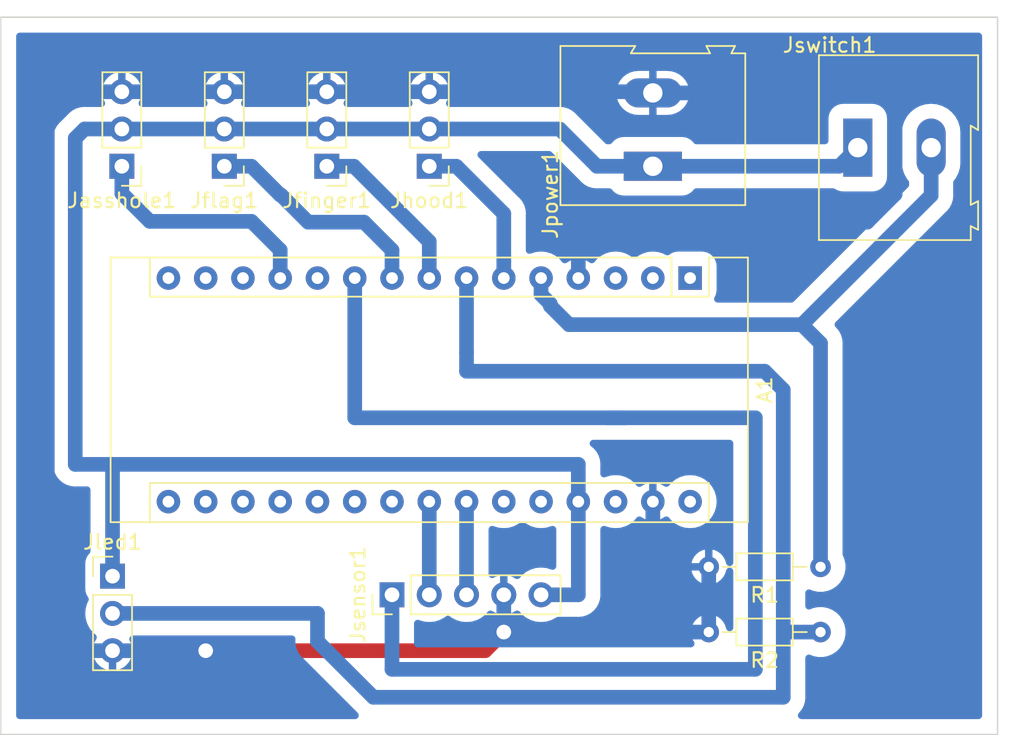
<source format=kicad_pcb>
(kicad_pcb (version 20171130) (host pcbnew "(5.1.4)-1")

  (general
    (thickness 1.6)
    (drawings 4)
    (tracks 92)
    (zones 0)
    (modules 11)
    (nets 30)
  )

  (page A4)
  (layers
    (0 F.Cu signal)
    (31 B.Cu signal)
    (32 B.Adhes user)
    (33 F.Adhes user)
    (34 B.Paste user)
    (35 F.Paste user)
    (36 B.SilkS user)
    (37 F.SilkS user)
    (38 B.Mask user)
    (39 F.Mask user)
    (40 Dwgs.User user)
    (41 Cmts.User user)
    (42 Eco1.User user)
    (43 Eco2.User user)
    (44 Edge.Cuts user)
    (45 Margin user)
    (46 B.CrtYd user)
    (47 F.CrtYd user)
    (48 B.Fab user)
    (49 F.Fab user)
  )

  (setup
    (last_trace_width 1)
    (user_trace_width 1)
    (trace_clearance 0.2)
    (zone_clearance 0.508)
    (zone_45_only no)
    (trace_min 0.2)
    (via_size 0.8)
    (via_drill 0.4)
    (via_min_size 0.4)
    (via_min_drill 0.3)
    (uvia_size 0.3)
    (uvia_drill 0.1)
    (uvias_allowed no)
    (uvia_min_size 0.2)
    (uvia_min_drill 0.1)
    (edge_width 0.05)
    (segment_width 0.2)
    (pcb_text_width 0.3)
    (pcb_text_size 1.5 1.5)
    (mod_edge_width 0.12)
    (mod_text_size 1 1)
    (mod_text_width 0.15)
    (pad_size 1.524 1.524)
    (pad_drill 0.762)
    (pad_to_mask_clearance 0.051)
    (solder_mask_min_width 0.25)
    (aux_axis_origin 0 0)
    (visible_elements 7FFFFFFF)
    (pcbplotparams
      (layerselection 0x010fc_ffffffff)
      (usegerberextensions false)
      (usegerberattributes false)
      (usegerberadvancedattributes false)
      (creategerberjobfile false)
      (excludeedgelayer true)
      (linewidth 0.100000)
      (plotframeref false)
      (viasonmask false)
      (mode 1)
      (useauxorigin false)
      (hpglpennumber 1)
      (hpglpenspeed 20)
      (hpglpendiameter 15.000000)
      (psnegative false)
      (psa4output false)
      (plotreference true)
      (plotvalue true)
      (plotinvisibletext false)
      (padsonsilk false)
      (subtractmaskfromsilk false)
      (outputformat 1)
      (mirror false)
      (drillshape 1)
      (scaleselection 1)
      (outputdirectory ""))
  )

  (net 0 "")
  (net 1 "Net-(A1-Pad16)")
  (net 2 "Net-(A1-Pad15)")
  (net 3 "Net-(A1-Pad30)")
  (net 4 "Net-(A1-Pad14)")
  (net 5 "Net-(A1-Pad29)")
  (net 6 "Net-(A1-Pad13)")
  (net 7 "Net-(A1-Pad28)")
  (net 8 "Net-(A1-Pad12)")
  (net 9 "Net-(A1-Pad27)")
  (net 10 "Net-(A1-Pad11)")
  (net 11 "Net-(A1-Pad26)")
  (net 12 "Net-(A1-Pad10)")
  (net 13 "Net-(A1-Pad25)")
  (net 14 "Net-(A1-Pad9)")
  (net 15 "Net-(A1-Pad24)")
  (net 16 "Net-(A1-Pad8)")
  (net 17 "Net-(A1-Pad23)")
  (net 18 "Net-(A1-Pad7)")
  (net 19 "Net-(A1-Pad22)")
  (net 20 "Net-(A1-Pad6)")
  (net 21 "Net-(A1-Pad21)")
  (net 22 "Net-(A1-Pad5)")
  (net 23 "Net-(A1-Pad20)")
  (net 24 "Net-(A1-Pad19)")
  (net 25 "Net-(A1-Pad3)")
  (net 26 "Net-(A1-Pad18)")
  (net 27 "Net-(A1-Pad2)")
  (net 28 "Net-(A1-Pad17)")
  (net 29 "Net-(A1-Pad1)")

  (net_class Default "Dies ist die voreingestellte Netzklasse."
    (clearance 0.2)
    (trace_width 0.25)
    (via_dia 0.8)
    (via_drill 0.4)
    (uvia_dia 0.3)
    (uvia_drill 0.1)
    (add_net "Net-(A1-Pad1)")
    (add_net "Net-(A1-Pad10)")
    (add_net "Net-(A1-Pad11)")
    (add_net "Net-(A1-Pad12)")
    (add_net "Net-(A1-Pad13)")
    (add_net "Net-(A1-Pad14)")
    (add_net "Net-(A1-Pad15)")
    (add_net "Net-(A1-Pad16)")
    (add_net "Net-(A1-Pad17)")
    (add_net "Net-(A1-Pad18)")
    (add_net "Net-(A1-Pad19)")
    (add_net "Net-(A1-Pad2)")
    (add_net "Net-(A1-Pad20)")
    (add_net "Net-(A1-Pad21)")
    (add_net "Net-(A1-Pad22)")
    (add_net "Net-(A1-Pad23)")
    (add_net "Net-(A1-Pad24)")
    (add_net "Net-(A1-Pad25)")
    (add_net "Net-(A1-Pad26)")
    (add_net "Net-(A1-Pad27)")
    (add_net "Net-(A1-Pad28)")
    (add_net "Net-(A1-Pad29)")
    (add_net "Net-(A1-Pad3)")
    (add_net "Net-(A1-Pad30)")
    (add_net "Net-(A1-Pad5)")
    (add_net "Net-(A1-Pad6)")
    (add_net "Net-(A1-Pad7)")
    (add_net "Net-(A1-Pad8)")
    (add_net "Net-(A1-Pad9)")
  )

  (module Resistor_THT:R_Axial_DIN0204_L3.6mm_D1.6mm_P7.62mm_Horizontal (layer F.Cu) (tedit 5AE5139B) (tstamp 5D8BE3E8)
    (at 153.67 100.33 180)
    (descr "Resistor, Axial_DIN0204 series, Axial, Horizontal, pin pitch=7.62mm, 0.167W, length*diameter=3.6*1.6mm^2, http://cdn-reichelt.de/documents/datenblatt/B400/1_4W%23YAG.pdf")
    (tags "Resistor Axial_DIN0204 series Axial Horizontal pin pitch 7.62mm 0.167W length 3.6mm diameter 1.6mm")
    (path /5D8C088D)
    (fp_text reference R2 (at 3.81 -1.92) (layer F.SilkS)
      (effects (font (size 1 1) (thickness 0.15)))
    )
    (fp_text value 270 (at 3.81 1.92) (layer F.Fab)
      (effects (font (size 1 1) (thickness 0.15)))
    )
    (fp_text user %R (at 3.81 0) (layer F.Fab)
      (effects (font (size 0.72 0.72) (thickness 0.108)))
    )
    (fp_line (start 8.57 -1.05) (end -0.95 -1.05) (layer F.CrtYd) (width 0.05))
    (fp_line (start 8.57 1.05) (end 8.57 -1.05) (layer F.CrtYd) (width 0.05))
    (fp_line (start -0.95 1.05) (end 8.57 1.05) (layer F.CrtYd) (width 0.05))
    (fp_line (start -0.95 -1.05) (end -0.95 1.05) (layer F.CrtYd) (width 0.05))
    (fp_line (start 6.68 0) (end 5.73 0) (layer F.SilkS) (width 0.12))
    (fp_line (start 0.94 0) (end 1.89 0) (layer F.SilkS) (width 0.12))
    (fp_line (start 5.73 -0.92) (end 1.89 -0.92) (layer F.SilkS) (width 0.12))
    (fp_line (start 5.73 0.92) (end 5.73 -0.92) (layer F.SilkS) (width 0.12))
    (fp_line (start 1.89 0.92) (end 5.73 0.92) (layer F.SilkS) (width 0.12))
    (fp_line (start 1.89 -0.92) (end 1.89 0.92) (layer F.SilkS) (width 0.12))
    (fp_line (start 7.62 0) (end 5.61 0) (layer F.Fab) (width 0.1))
    (fp_line (start 0 0) (end 2.01 0) (layer F.Fab) (width 0.1))
    (fp_line (start 5.61 -0.8) (end 2.01 -0.8) (layer F.Fab) (width 0.1))
    (fp_line (start 5.61 0.8) (end 5.61 -0.8) (layer F.Fab) (width 0.1))
    (fp_line (start 2.01 0.8) (end 5.61 0.8) (layer F.Fab) (width 0.1))
    (fp_line (start 2.01 -0.8) (end 2.01 0.8) (layer F.Fab) (width 0.1))
    (pad 2 thru_hole oval (at 7.62 0 180) (size 1.4 1.4) (drill 0.7) (layers *.Cu *.Mask)
      (net 5 "Net-(A1-Pad29)"))
    (pad 1 thru_hole circle (at 0 0 180) (size 1.4 1.4) (drill 0.7) (layers *.Cu *.Mask)
      (net 18 "Net-(A1-Pad7)"))
    (model ${KISYS3DMOD}/Resistor_THT.3dshapes/R_Axial_DIN0204_L3.6mm_D1.6mm_P7.62mm_Horizontal.wrl
      (at (xyz 0 0 0))
      (scale (xyz 1 1 1))
      (rotate (xyz 0 0 0))
    )
  )

  (module Resistor_THT:R_Axial_DIN0204_L3.6mm_D1.6mm_P7.62mm_Horizontal (layer F.Cu) (tedit 5AE5139B) (tstamp 5D8BE3D1)
    (at 153.67 95.885 180)
    (descr "Resistor, Axial_DIN0204 series, Axial, Horizontal, pin pitch=7.62mm, 0.167W, length*diameter=3.6*1.6mm^2, http://cdn-reichelt.de/documents/datenblatt/B400/1_4W%23YAG.pdf")
    (tags "Resistor Axial_DIN0204 series Axial Horizontal pin pitch 7.62mm 0.167W length 3.6mm diameter 1.6mm")
    (path /5D8C03C8)
    (fp_text reference R1 (at 3.81 -1.92) (layer F.SilkS)
      (effects (font (size 1 1) (thickness 0.15)))
    )
    (fp_text value 10k (at 3.81 1.92) (layer F.Fab)
      (effects (font (size 1 1) (thickness 0.15)))
    )
    (fp_text user %R (at 3.81 0) (layer F.Fab)
      (effects (font (size 0.72 0.72) (thickness 0.108)))
    )
    (fp_line (start 8.57 -1.05) (end -0.95 -1.05) (layer F.CrtYd) (width 0.05))
    (fp_line (start 8.57 1.05) (end 8.57 -1.05) (layer F.CrtYd) (width 0.05))
    (fp_line (start -0.95 1.05) (end 8.57 1.05) (layer F.CrtYd) (width 0.05))
    (fp_line (start -0.95 -1.05) (end -0.95 1.05) (layer F.CrtYd) (width 0.05))
    (fp_line (start 6.68 0) (end 5.73 0) (layer F.SilkS) (width 0.12))
    (fp_line (start 0.94 0) (end 1.89 0) (layer F.SilkS) (width 0.12))
    (fp_line (start 5.73 -0.92) (end 1.89 -0.92) (layer F.SilkS) (width 0.12))
    (fp_line (start 5.73 0.92) (end 5.73 -0.92) (layer F.SilkS) (width 0.12))
    (fp_line (start 1.89 0.92) (end 5.73 0.92) (layer F.SilkS) (width 0.12))
    (fp_line (start 1.89 -0.92) (end 1.89 0.92) (layer F.SilkS) (width 0.12))
    (fp_line (start 7.62 0) (end 5.61 0) (layer F.Fab) (width 0.1))
    (fp_line (start 0 0) (end 2.01 0) (layer F.Fab) (width 0.1))
    (fp_line (start 5.61 -0.8) (end 2.01 -0.8) (layer F.Fab) (width 0.1))
    (fp_line (start 5.61 0.8) (end 5.61 -0.8) (layer F.Fab) (width 0.1))
    (fp_line (start 2.01 0.8) (end 5.61 0.8) (layer F.Fab) (width 0.1))
    (fp_line (start 2.01 -0.8) (end 2.01 0.8) (layer F.Fab) (width 0.1))
    (pad 2 thru_hole oval (at 7.62 0 180) (size 1.4 1.4) (drill 0.7) (layers *.Cu *.Mask)
      (net 5 "Net-(A1-Pad29)"))
    (pad 1 thru_hole circle (at 0 0 180) (size 1.4 1.4) (drill 0.7) (layers *.Cu *.Mask)
      (net 22 "Net-(A1-Pad5)"))
    (model ${KISYS3DMOD}/Resistor_THT.3dshapes/R_Axial_DIN0204_L3.6mm_D1.6mm_P7.62mm_Horizontal.wrl
      (at (xyz 0 0 0))
      (scale (xyz 1 1 1))
      (rotate (xyz 0 0 0))
    )
  )

  (module TerminalBlock:TerminalBlock_Altech_AK300-2_P5.00mm (layer F.Cu) (tedit 59FF0306) (tstamp 5D8BE3BA)
    (at 156.21 67.31)
    (descr "Altech AK300 terminal block, pitch 5.0mm, 45 degree angled, see http://www.mouser.com/ds/2/16/PCBMETRC-24178.pdf")
    (tags "Altech AK300 terminal block pitch 5.0mm")
    (path /5D8BDE01)
    (fp_text reference Jswitch1 (at -1.92 -6.99) (layer F.SilkS)
      (effects (font (size 1 1) (thickness 0.15)))
    )
    (fp_text value Screw_Terminal_01x02 (at 2.78 7.75) (layer F.Fab)
      (effects (font (size 1 1) (thickness 0.15)))
    )
    (fp_arc (start -1.13 -4.65) (end -1.42 -4.13) (angle 104.2) (layer F.Fab) (width 0.1))
    (fp_arc (start -0.01 -3.71) (end -1.62 -5) (angle 100) (layer F.Fab) (width 0.1))
    (fp_arc (start 0.06 -6.07) (end 1.53 -4.12) (angle 75.5) (layer F.Fab) (width 0.1))
    (fp_arc (start 1.03 -4.59) (end 1.53 -5.05) (angle 90.5) (layer F.Fab) (width 0.1))
    (fp_arc (start 3.87 -4.65) (end 3.58 -4.13) (angle 104.2) (layer F.Fab) (width 0.1))
    (fp_arc (start 4.99 -3.71) (end 3.39 -5) (angle 100) (layer F.Fab) (width 0.1))
    (fp_arc (start 5.07 -6.07) (end 6.53 -4.12) (angle 75.5) (layer F.Fab) (width 0.1))
    (fp_arc (start 6.03 -4.59) (end 6.54 -5.05) (angle 90.5) (layer F.Fab) (width 0.1))
    (fp_line (start 8.36 6.47) (end -2.83 6.47) (layer F.CrtYd) (width 0.05))
    (fp_line (start 8.36 6.47) (end 8.36 -6.47) (layer F.CrtYd) (width 0.05))
    (fp_line (start -2.83 -6.47) (end -2.83 6.47) (layer F.CrtYd) (width 0.05))
    (fp_line (start -2.83 -6.47) (end 8.36 -6.47) (layer F.CrtYd) (width 0.05))
    (fp_line (start 3.36 -0.25) (end 6.67 -0.25) (layer F.Fab) (width 0.1))
    (fp_line (start 2.98 -0.25) (end 3.36 -0.25) (layer F.Fab) (width 0.1))
    (fp_line (start 7.05 -0.25) (end 6.67 -0.25) (layer F.Fab) (width 0.1))
    (fp_line (start 6.67 -0.64) (end 3.36 -0.64) (layer F.Fab) (width 0.1))
    (fp_line (start 7.61 -0.64) (end 6.67 -0.64) (layer F.Fab) (width 0.1))
    (fp_line (start 1.66 -0.64) (end 3.36 -0.64) (layer F.Fab) (width 0.1))
    (fp_line (start -1.64 -0.64) (end 1.66 -0.64) (layer F.Fab) (width 0.1))
    (fp_line (start -2.58 -0.64) (end -1.64 -0.64) (layer F.Fab) (width 0.1))
    (fp_line (start 1.66 -0.25) (end -1.64 -0.25) (layer F.Fab) (width 0.1))
    (fp_line (start 2.04 -0.25) (end 1.66 -0.25) (layer F.Fab) (width 0.1))
    (fp_line (start -2.02 -0.25) (end -1.64 -0.25) (layer F.Fab) (width 0.1))
    (fp_line (start -1.49 -4.32) (end 1.56 -4.95) (layer F.Fab) (width 0.1))
    (fp_line (start -1.62 -4.45) (end 1.44 -5.08) (layer F.Fab) (width 0.1))
    (fp_line (start 3.52 -4.32) (end 6.56 -4.95) (layer F.Fab) (width 0.1))
    (fp_line (start 3.39 -4.45) (end 6.44 -5.08) (layer F.Fab) (width 0.1))
    (fp_line (start 2.04 -5.97) (end -2.02 -5.97) (layer F.Fab) (width 0.1))
    (fp_line (start -2.02 -3.43) (end -2.02 -5.97) (layer F.Fab) (width 0.1))
    (fp_line (start 2.04 -3.43) (end -2.02 -3.43) (layer F.Fab) (width 0.1))
    (fp_line (start 2.04 -3.43) (end 2.04 -5.97) (layer F.Fab) (width 0.1))
    (fp_line (start 7.05 -3.43) (end 2.98 -3.43) (layer F.Fab) (width 0.1))
    (fp_line (start 7.05 -5.97) (end 7.05 -3.43) (layer F.Fab) (width 0.1))
    (fp_line (start 2.98 -5.97) (end 7.05 -5.97) (layer F.Fab) (width 0.1))
    (fp_line (start 2.98 -3.43) (end 2.98 -5.97) (layer F.Fab) (width 0.1))
    (fp_line (start 7.61 -3.17) (end 7.61 -1.65) (layer F.Fab) (width 0.1))
    (fp_line (start -2.58 -3.17) (end -2.58 -6.22) (layer F.Fab) (width 0.1))
    (fp_line (start -2.58 -3.17) (end 7.61 -3.17) (layer F.Fab) (width 0.1))
    (fp_line (start 7.61 -0.64) (end 7.61 4.06) (layer F.Fab) (width 0.1))
    (fp_line (start 7.61 -1.65) (end 7.61 -0.64) (layer F.Fab) (width 0.1))
    (fp_line (start -2.58 -0.64) (end -2.58 -3.17) (layer F.Fab) (width 0.1))
    (fp_line (start -2.58 6.22) (end -2.58 -0.64) (layer F.Fab) (width 0.1))
    (fp_line (start 6.67 0.51) (end 6.28 0.51) (layer F.Fab) (width 0.1))
    (fp_line (start 3.36 0.51) (end 3.74 0.51) (layer F.Fab) (width 0.1))
    (fp_line (start 1.66 0.51) (end 1.28 0.51) (layer F.Fab) (width 0.1))
    (fp_line (start -1.64 0.51) (end -1.26 0.51) (layer F.Fab) (width 0.1))
    (fp_line (start -1.64 3.68) (end -1.64 0.51) (layer F.Fab) (width 0.1))
    (fp_line (start 1.66 3.68) (end -1.64 3.68) (layer F.Fab) (width 0.1))
    (fp_line (start 1.66 3.68) (end 1.66 0.51) (layer F.Fab) (width 0.1))
    (fp_line (start 3.36 3.68) (end 3.36 0.51) (layer F.Fab) (width 0.1))
    (fp_line (start 6.67 3.68) (end 3.36 3.68) (layer F.Fab) (width 0.1))
    (fp_line (start 6.67 3.68) (end 6.67 0.51) (layer F.Fab) (width 0.1))
    (fp_line (start -2.02 4.32) (end -2.02 6.22) (layer F.Fab) (width 0.1))
    (fp_line (start 2.04 4.32) (end 2.04 -0.25) (layer F.Fab) (width 0.1))
    (fp_line (start 2.04 4.32) (end -2.02 4.32) (layer F.Fab) (width 0.1))
    (fp_line (start 7.05 4.32) (end 7.05 6.22) (layer F.Fab) (width 0.1))
    (fp_line (start 2.98 4.32) (end 2.98 -0.25) (layer F.Fab) (width 0.1))
    (fp_line (start 2.98 4.32) (end 7.05 4.32) (layer F.Fab) (width 0.1))
    (fp_line (start -2.02 6.22) (end 2.04 6.22) (layer F.Fab) (width 0.1))
    (fp_line (start -2.58 6.22) (end -2.02 6.22) (layer F.Fab) (width 0.1))
    (fp_line (start -2.02 -0.25) (end -2.02 4.32) (layer F.Fab) (width 0.1))
    (fp_line (start 2.04 6.22) (end 2.98 6.22) (layer F.Fab) (width 0.1))
    (fp_line (start 2.04 6.22) (end 2.04 4.32) (layer F.Fab) (width 0.1))
    (fp_line (start 7.05 6.22) (end 7.61 6.22) (layer F.Fab) (width 0.1))
    (fp_line (start 2.98 6.22) (end 7.05 6.22) (layer F.Fab) (width 0.1))
    (fp_line (start 7.05 -0.25) (end 7.05 4.32) (layer F.Fab) (width 0.1))
    (fp_line (start 2.98 6.22) (end 2.98 4.32) (layer F.Fab) (width 0.1))
    (fp_line (start 8.11 3.81) (end 8.11 5.46) (layer F.Fab) (width 0.1))
    (fp_line (start 7.61 4.06) (end 7.61 5.21) (layer F.Fab) (width 0.1))
    (fp_line (start 8.11 3.81) (end 7.61 4.06) (layer F.Fab) (width 0.1))
    (fp_line (start 7.61 5.21) (end 7.61 6.22) (layer F.Fab) (width 0.1))
    (fp_line (start 8.11 5.46) (end 7.61 5.21) (layer F.Fab) (width 0.1))
    (fp_line (start 8.11 -1.4) (end 7.61 -1.65) (layer F.Fab) (width 0.1))
    (fp_line (start 8.11 -6.22) (end 8.11 -1.4) (layer F.Fab) (width 0.1))
    (fp_line (start 7.61 -6.22) (end 8.11 -6.22) (layer F.Fab) (width 0.1))
    (fp_line (start 7.61 -6.22) (end -2.58 -6.22) (layer F.Fab) (width 0.1))
    (fp_line (start 7.61 -6.22) (end 7.61 -3.17) (layer F.Fab) (width 0.1))
    (fp_line (start 3.74 2.54) (end 3.74 -0.25) (layer F.Fab) (width 0.1))
    (fp_line (start 3.74 -0.25) (end 6.28 -0.25) (layer F.Fab) (width 0.1))
    (fp_line (start 6.28 2.54) (end 6.28 -0.25) (layer F.Fab) (width 0.1))
    (fp_line (start 3.74 2.54) (end 6.28 2.54) (layer F.Fab) (width 0.1))
    (fp_line (start -1.26 2.54) (end -1.26 -0.25) (layer F.Fab) (width 0.1))
    (fp_line (start -1.26 -0.25) (end 1.28 -0.25) (layer F.Fab) (width 0.1))
    (fp_line (start 1.28 2.54) (end 1.28 -0.25) (layer F.Fab) (width 0.1))
    (fp_line (start -1.26 2.54) (end 1.28 2.54) (layer F.Fab) (width 0.1))
    (fp_line (start 8.2 -6.3) (end -2.65 -6.3) (layer F.SilkS) (width 0.12))
    (fp_line (start 8.2 -1.2) (end 8.2 -6.3) (layer F.SilkS) (width 0.12))
    (fp_line (start 7.7 -1.5) (end 8.2 -1.2) (layer F.SilkS) (width 0.12))
    (fp_line (start 7.7 3.9) (end 7.7 -1.5) (layer F.SilkS) (width 0.12))
    (fp_line (start 8.2 3.65) (end 7.7 3.9) (layer F.SilkS) (width 0.12))
    (fp_line (start 8.2 3.7) (end 8.2 3.65) (layer F.SilkS) (width 0.12))
    (fp_line (start 8.2 5.6) (end 8.2 3.7) (layer F.SilkS) (width 0.12))
    (fp_line (start 7.7 5.35) (end 8.2 5.6) (layer F.SilkS) (width 0.12))
    (fp_line (start 7.7 6.3) (end 7.7 5.35) (layer F.SilkS) (width 0.12))
    (fp_line (start -2.65 6.3) (end 7.7 6.3) (layer F.SilkS) (width 0.12))
    (fp_line (start -2.65 -6.3) (end -2.65 6.3) (layer F.SilkS) (width 0.12))
    (fp_text user %R (at 2.5 -2) (layer F.Fab)
      (effects (font (size 1 1) (thickness 0.15)))
    )
    (pad 2 thru_hole oval (at 5 0) (size 1.98 3.96) (drill 1.32) (layers *.Cu *.Mask)
      (net 22 "Net-(A1-Pad5)"))
    (pad 1 thru_hole rect (at 0 0) (size 1.98 3.96) (drill 1.32) (layers *.Cu *.Mask)
      (net 9 "Net-(A1-Pad27)"))
    (model ${KISYS3DMOD}/TerminalBlock.3dshapes/TerminalBlock_Altech_AK300-2_P5.00mm.wrl
      (at (xyz 0 0 0))
      (scale (xyz 1 1 1))
      (rotate (xyz 0 0 0))
    )
  )

  (module Connector_PinHeader_2.54mm:PinHeader_1x05_P2.54mm_Vertical (layer F.Cu) (tedit 59FED5CC) (tstamp 5D8BE353)
    (at 124.46 97.79 90)
    (descr "Through hole straight pin header, 1x05, 2.54mm pitch, single row")
    (tags "Through hole pin header THT 1x05 2.54mm single row")
    (path /5D8CE94D)
    (fp_text reference Jsensor1 (at 0 -2.33 90) (layer F.SilkS)
      (effects (font (size 1 1) (thickness 0.15)))
    )
    (fp_text value Conn_01x05 (at 0 12.49 90) (layer F.Fab)
      (effects (font (size 1 1) (thickness 0.15)))
    )
    (fp_text user %R (at 0 5.08) (layer F.Fab)
      (effects (font (size 1 1) (thickness 0.15)))
    )
    (fp_line (start 1.8 -1.8) (end -1.8 -1.8) (layer F.CrtYd) (width 0.05))
    (fp_line (start 1.8 11.95) (end 1.8 -1.8) (layer F.CrtYd) (width 0.05))
    (fp_line (start -1.8 11.95) (end 1.8 11.95) (layer F.CrtYd) (width 0.05))
    (fp_line (start -1.8 -1.8) (end -1.8 11.95) (layer F.CrtYd) (width 0.05))
    (fp_line (start -1.33 -1.33) (end 0 -1.33) (layer F.SilkS) (width 0.12))
    (fp_line (start -1.33 0) (end -1.33 -1.33) (layer F.SilkS) (width 0.12))
    (fp_line (start -1.33 1.27) (end 1.33 1.27) (layer F.SilkS) (width 0.12))
    (fp_line (start 1.33 1.27) (end 1.33 11.49) (layer F.SilkS) (width 0.12))
    (fp_line (start -1.33 1.27) (end -1.33 11.49) (layer F.SilkS) (width 0.12))
    (fp_line (start -1.33 11.49) (end 1.33 11.49) (layer F.SilkS) (width 0.12))
    (fp_line (start -1.27 -0.635) (end -0.635 -1.27) (layer F.Fab) (width 0.1))
    (fp_line (start -1.27 11.43) (end -1.27 -0.635) (layer F.Fab) (width 0.1))
    (fp_line (start 1.27 11.43) (end -1.27 11.43) (layer F.Fab) (width 0.1))
    (fp_line (start 1.27 -1.27) (end 1.27 11.43) (layer F.Fab) (width 0.1))
    (fp_line (start -0.635 -1.27) (end 1.27 -1.27) (layer F.Fab) (width 0.1))
    (pad 5 thru_hole oval (at 0 10.16 90) (size 1.7 1.7) (drill 1) (layers *.Cu *.Mask)
      (net 9 "Net-(A1-Pad27)"))
    (pad 4 thru_hole oval (at 0 7.62 90) (size 1.7 1.7) (drill 1) (layers *.Cu *.Mask)
      (net 5 "Net-(A1-Pad29)"))
    (pad 3 thru_hole oval (at 0 5.08 90) (size 1.7 1.7) (drill 1) (layers *.Cu *.Mask)
      (net 15 "Net-(A1-Pad24)"))
    (pad 2 thru_hole oval (at 0 2.54 90) (size 1.7 1.7) (drill 1) (layers *.Cu *.Mask)
      (net 17 "Net-(A1-Pad23)"))
    (pad 1 thru_hole rect (at 0 0 90) (size 1.7 1.7) (drill 1) (layers *.Cu *.Mask)
      (net 12 "Net-(A1-Pad10)"))
    (model ${KISYS3DMOD}/Connector_PinHeader_2.54mm.3dshapes/PinHeader_1x05_P2.54mm_Vertical.wrl
      (at (xyz 0 0 0))
      (scale (xyz 1 1 1))
      (rotate (xyz 0 0 0))
    )
  )

  (module TerminalBlock:TerminalBlock_Altech_AK300-2_P5.00mm (layer F.Cu) (tedit 59FF0306) (tstamp 5D8BE33A)
    (at 142.24 68.58 90)
    (descr "Altech AK300 terminal block, pitch 5.0mm, 45 degree angled, see http://www.mouser.com/ds/2/16/PCBMETRC-24178.pdf")
    (tags "Altech AK300 terminal block pitch 5.0mm")
    (path /5D8C4D13)
    (fp_text reference Jpower1 (at -1.92 -6.99 90) (layer F.SilkS)
      (effects (font (size 1 1) (thickness 0.15)))
    )
    (fp_text value Screw_Terminal_01x02 (at 2.78 7.75 90) (layer F.Fab)
      (effects (font (size 1 1) (thickness 0.15)))
    )
    (fp_arc (start -1.13 -4.65) (end -1.42 -4.13) (angle 104.2) (layer F.Fab) (width 0.1))
    (fp_arc (start -0.01 -3.71) (end -1.62 -5) (angle 100) (layer F.Fab) (width 0.1))
    (fp_arc (start 0.06 -6.07) (end 1.53 -4.12) (angle 75.5) (layer F.Fab) (width 0.1))
    (fp_arc (start 1.03 -4.59) (end 1.53 -5.05) (angle 90.5) (layer F.Fab) (width 0.1))
    (fp_arc (start 3.87 -4.65) (end 3.58 -4.13) (angle 104.2) (layer F.Fab) (width 0.1))
    (fp_arc (start 4.99 -3.71) (end 3.39 -5) (angle 100) (layer F.Fab) (width 0.1))
    (fp_arc (start 5.07 -6.07) (end 6.53 -4.12) (angle 75.5) (layer F.Fab) (width 0.1))
    (fp_arc (start 6.03 -4.59) (end 6.54 -5.05) (angle 90.5) (layer F.Fab) (width 0.1))
    (fp_line (start 8.36 6.47) (end -2.83 6.47) (layer F.CrtYd) (width 0.05))
    (fp_line (start 8.36 6.47) (end 8.36 -6.47) (layer F.CrtYd) (width 0.05))
    (fp_line (start -2.83 -6.47) (end -2.83 6.47) (layer F.CrtYd) (width 0.05))
    (fp_line (start -2.83 -6.47) (end 8.36 -6.47) (layer F.CrtYd) (width 0.05))
    (fp_line (start 3.36 -0.25) (end 6.67 -0.25) (layer F.Fab) (width 0.1))
    (fp_line (start 2.98 -0.25) (end 3.36 -0.25) (layer F.Fab) (width 0.1))
    (fp_line (start 7.05 -0.25) (end 6.67 -0.25) (layer F.Fab) (width 0.1))
    (fp_line (start 6.67 -0.64) (end 3.36 -0.64) (layer F.Fab) (width 0.1))
    (fp_line (start 7.61 -0.64) (end 6.67 -0.64) (layer F.Fab) (width 0.1))
    (fp_line (start 1.66 -0.64) (end 3.36 -0.64) (layer F.Fab) (width 0.1))
    (fp_line (start -1.64 -0.64) (end 1.66 -0.64) (layer F.Fab) (width 0.1))
    (fp_line (start -2.58 -0.64) (end -1.64 -0.64) (layer F.Fab) (width 0.1))
    (fp_line (start 1.66 -0.25) (end -1.64 -0.25) (layer F.Fab) (width 0.1))
    (fp_line (start 2.04 -0.25) (end 1.66 -0.25) (layer F.Fab) (width 0.1))
    (fp_line (start -2.02 -0.25) (end -1.64 -0.25) (layer F.Fab) (width 0.1))
    (fp_line (start -1.49 -4.32) (end 1.56 -4.95) (layer F.Fab) (width 0.1))
    (fp_line (start -1.62 -4.45) (end 1.44 -5.08) (layer F.Fab) (width 0.1))
    (fp_line (start 3.52 -4.32) (end 6.56 -4.95) (layer F.Fab) (width 0.1))
    (fp_line (start 3.39 -4.45) (end 6.44 -5.08) (layer F.Fab) (width 0.1))
    (fp_line (start 2.04 -5.97) (end -2.02 -5.97) (layer F.Fab) (width 0.1))
    (fp_line (start -2.02 -3.43) (end -2.02 -5.97) (layer F.Fab) (width 0.1))
    (fp_line (start 2.04 -3.43) (end -2.02 -3.43) (layer F.Fab) (width 0.1))
    (fp_line (start 2.04 -3.43) (end 2.04 -5.97) (layer F.Fab) (width 0.1))
    (fp_line (start 7.05 -3.43) (end 2.98 -3.43) (layer F.Fab) (width 0.1))
    (fp_line (start 7.05 -5.97) (end 7.05 -3.43) (layer F.Fab) (width 0.1))
    (fp_line (start 2.98 -5.97) (end 7.05 -5.97) (layer F.Fab) (width 0.1))
    (fp_line (start 2.98 -3.43) (end 2.98 -5.97) (layer F.Fab) (width 0.1))
    (fp_line (start 7.61 -3.17) (end 7.61 -1.65) (layer F.Fab) (width 0.1))
    (fp_line (start -2.58 -3.17) (end -2.58 -6.22) (layer F.Fab) (width 0.1))
    (fp_line (start -2.58 -3.17) (end 7.61 -3.17) (layer F.Fab) (width 0.1))
    (fp_line (start 7.61 -0.64) (end 7.61 4.06) (layer F.Fab) (width 0.1))
    (fp_line (start 7.61 -1.65) (end 7.61 -0.64) (layer F.Fab) (width 0.1))
    (fp_line (start -2.58 -0.64) (end -2.58 -3.17) (layer F.Fab) (width 0.1))
    (fp_line (start -2.58 6.22) (end -2.58 -0.64) (layer F.Fab) (width 0.1))
    (fp_line (start 6.67 0.51) (end 6.28 0.51) (layer F.Fab) (width 0.1))
    (fp_line (start 3.36 0.51) (end 3.74 0.51) (layer F.Fab) (width 0.1))
    (fp_line (start 1.66 0.51) (end 1.28 0.51) (layer F.Fab) (width 0.1))
    (fp_line (start -1.64 0.51) (end -1.26 0.51) (layer F.Fab) (width 0.1))
    (fp_line (start -1.64 3.68) (end -1.64 0.51) (layer F.Fab) (width 0.1))
    (fp_line (start 1.66 3.68) (end -1.64 3.68) (layer F.Fab) (width 0.1))
    (fp_line (start 1.66 3.68) (end 1.66 0.51) (layer F.Fab) (width 0.1))
    (fp_line (start 3.36 3.68) (end 3.36 0.51) (layer F.Fab) (width 0.1))
    (fp_line (start 6.67 3.68) (end 3.36 3.68) (layer F.Fab) (width 0.1))
    (fp_line (start 6.67 3.68) (end 6.67 0.51) (layer F.Fab) (width 0.1))
    (fp_line (start -2.02 4.32) (end -2.02 6.22) (layer F.Fab) (width 0.1))
    (fp_line (start 2.04 4.32) (end 2.04 -0.25) (layer F.Fab) (width 0.1))
    (fp_line (start 2.04 4.32) (end -2.02 4.32) (layer F.Fab) (width 0.1))
    (fp_line (start 7.05 4.32) (end 7.05 6.22) (layer F.Fab) (width 0.1))
    (fp_line (start 2.98 4.32) (end 2.98 -0.25) (layer F.Fab) (width 0.1))
    (fp_line (start 2.98 4.32) (end 7.05 4.32) (layer F.Fab) (width 0.1))
    (fp_line (start -2.02 6.22) (end 2.04 6.22) (layer F.Fab) (width 0.1))
    (fp_line (start -2.58 6.22) (end -2.02 6.22) (layer F.Fab) (width 0.1))
    (fp_line (start -2.02 -0.25) (end -2.02 4.32) (layer F.Fab) (width 0.1))
    (fp_line (start 2.04 6.22) (end 2.98 6.22) (layer F.Fab) (width 0.1))
    (fp_line (start 2.04 6.22) (end 2.04 4.32) (layer F.Fab) (width 0.1))
    (fp_line (start 7.05 6.22) (end 7.61 6.22) (layer F.Fab) (width 0.1))
    (fp_line (start 2.98 6.22) (end 7.05 6.22) (layer F.Fab) (width 0.1))
    (fp_line (start 7.05 -0.25) (end 7.05 4.32) (layer F.Fab) (width 0.1))
    (fp_line (start 2.98 6.22) (end 2.98 4.32) (layer F.Fab) (width 0.1))
    (fp_line (start 8.11 3.81) (end 8.11 5.46) (layer F.Fab) (width 0.1))
    (fp_line (start 7.61 4.06) (end 7.61 5.21) (layer F.Fab) (width 0.1))
    (fp_line (start 8.11 3.81) (end 7.61 4.06) (layer F.Fab) (width 0.1))
    (fp_line (start 7.61 5.21) (end 7.61 6.22) (layer F.Fab) (width 0.1))
    (fp_line (start 8.11 5.46) (end 7.61 5.21) (layer F.Fab) (width 0.1))
    (fp_line (start 8.11 -1.4) (end 7.61 -1.65) (layer F.Fab) (width 0.1))
    (fp_line (start 8.11 -6.22) (end 8.11 -1.4) (layer F.Fab) (width 0.1))
    (fp_line (start 7.61 -6.22) (end 8.11 -6.22) (layer F.Fab) (width 0.1))
    (fp_line (start 7.61 -6.22) (end -2.58 -6.22) (layer F.Fab) (width 0.1))
    (fp_line (start 7.61 -6.22) (end 7.61 -3.17) (layer F.Fab) (width 0.1))
    (fp_line (start 3.74 2.54) (end 3.74 -0.25) (layer F.Fab) (width 0.1))
    (fp_line (start 3.74 -0.25) (end 6.28 -0.25) (layer F.Fab) (width 0.1))
    (fp_line (start 6.28 2.54) (end 6.28 -0.25) (layer F.Fab) (width 0.1))
    (fp_line (start 3.74 2.54) (end 6.28 2.54) (layer F.Fab) (width 0.1))
    (fp_line (start -1.26 2.54) (end -1.26 -0.25) (layer F.Fab) (width 0.1))
    (fp_line (start -1.26 -0.25) (end 1.28 -0.25) (layer F.Fab) (width 0.1))
    (fp_line (start 1.28 2.54) (end 1.28 -0.25) (layer F.Fab) (width 0.1))
    (fp_line (start -1.26 2.54) (end 1.28 2.54) (layer F.Fab) (width 0.1))
    (fp_line (start 8.2 -6.3) (end -2.65 -6.3) (layer F.SilkS) (width 0.12))
    (fp_line (start 8.2 -1.2) (end 8.2 -6.3) (layer F.SilkS) (width 0.12))
    (fp_line (start 7.7 -1.5) (end 8.2 -1.2) (layer F.SilkS) (width 0.12))
    (fp_line (start 7.7 3.9) (end 7.7 -1.5) (layer F.SilkS) (width 0.12))
    (fp_line (start 8.2 3.65) (end 7.7 3.9) (layer F.SilkS) (width 0.12))
    (fp_line (start 8.2 3.7) (end 8.2 3.65) (layer F.SilkS) (width 0.12))
    (fp_line (start 8.2 5.6) (end 8.2 3.7) (layer F.SilkS) (width 0.12))
    (fp_line (start 7.7 5.35) (end 8.2 5.6) (layer F.SilkS) (width 0.12))
    (fp_line (start 7.7 6.3) (end 7.7 5.35) (layer F.SilkS) (width 0.12))
    (fp_line (start -2.65 6.3) (end 7.7 6.3) (layer F.SilkS) (width 0.12))
    (fp_line (start -2.65 -6.3) (end -2.65 6.3) (layer F.SilkS) (width 0.12))
    (fp_text user %R (at 2.5 -2 90) (layer F.Fab)
      (effects (font (size 1 1) (thickness 0.15)))
    )
    (pad 2 thru_hole oval (at 5 0 90) (size 1.98 3.96) (drill 1.32) (layers *.Cu *.Mask)
      (net 5 "Net-(A1-Pad29)"))
    (pad 1 thru_hole rect (at 0 0 90) (size 1.98 3.96) (drill 1.32) (layers *.Cu *.Mask)
      (net 9 "Net-(A1-Pad27)"))
    (model ${KISYS3DMOD}/TerminalBlock.3dshapes/TerminalBlock_Altech_AK300-2_P5.00mm.wrl
      (at (xyz 0 0 0))
      (scale (xyz 1 1 1))
      (rotate (xyz 0 0 0))
    )
  )

  (module Connector_PinHeader_2.54mm:PinHeader_1x03_P2.54mm_Vertical (layer F.Cu) (tedit 59FED5CC) (tstamp 5D8BE2D3)
    (at 105.41 96.52)
    (descr "Through hole straight pin header, 1x03, 2.54mm pitch, single row")
    (tags "Through hole pin header THT 1x03 2.54mm single row")
    (path /5D8C35FC)
    (fp_text reference Jled1 (at 0 -2.33) (layer F.SilkS)
      (effects (font (size 1 1) (thickness 0.15)))
    )
    (fp_text value Conn_01x03 (at 0 7.41) (layer F.Fab)
      (effects (font (size 1 1) (thickness 0.15)))
    )
    (fp_text user %R (at 0 2.54 90) (layer F.Fab)
      (effects (font (size 1 1) (thickness 0.15)))
    )
    (fp_line (start 1.8 -1.8) (end -1.8 -1.8) (layer F.CrtYd) (width 0.05))
    (fp_line (start 1.8 6.85) (end 1.8 -1.8) (layer F.CrtYd) (width 0.05))
    (fp_line (start -1.8 6.85) (end 1.8 6.85) (layer F.CrtYd) (width 0.05))
    (fp_line (start -1.8 -1.8) (end -1.8 6.85) (layer F.CrtYd) (width 0.05))
    (fp_line (start -1.33 -1.33) (end 0 -1.33) (layer F.SilkS) (width 0.12))
    (fp_line (start -1.33 0) (end -1.33 -1.33) (layer F.SilkS) (width 0.12))
    (fp_line (start -1.33 1.27) (end 1.33 1.27) (layer F.SilkS) (width 0.12))
    (fp_line (start 1.33 1.27) (end 1.33 6.41) (layer F.SilkS) (width 0.12))
    (fp_line (start -1.33 1.27) (end -1.33 6.41) (layer F.SilkS) (width 0.12))
    (fp_line (start -1.33 6.41) (end 1.33 6.41) (layer F.SilkS) (width 0.12))
    (fp_line (start -1.27 -0.635) (end -0.635 -1.27) (layer F.Fab) (width 0.1))
    (fp_line (start -1.27 6.35) (end -1.27 -0.635) (layer F.Fab) (width 0.1))
    (fp_line (start 1.27 6.35) (end -1.27 6.35) (layer F.Fab) (width 0.1))
    (fp_line (start 1.27 -1.27) (end 1.27 6.35) (layer F.Fab) (width 0.1))
    (fp_line (start -0.635 -1.27) (end 1.27 -1.27) (layer F.Fab) (width 0.1))
    (pad 3 thru_hole oval (at 0 5.08) (size 1.7 1.7) (drill 1) (layers *.Cu *.Mask)
      (net 5 "Net-(A1-Pad29)"))
    (pad 2 thru_hole oval (at 0 2.54) (size 1.7 1.7) (drill 1) (layers *.Cu *.Mask)
      (net 18 "Net-(A1-Pad7)"))
    (pad 1 thru_hole rect (at 0 0) (size 1.7 1.7) (drill 1) (layers *.Cu *.Mask)
      (net 9 "Net-(A1-Pad27)"))
    (model ${KISYS3DMOD}/Connector_PinHeader_2.54mm.3dshapes/PinHeader_1x03_P2.54mm_Vertical.wrl
      (at (xyz 0 0 0))
      (scale (xyz 1 1 1))
      (rotate (xyz 0 0 0))
    )
  )

  (module Connector_PinHeader_2.54mm:PinHeader_1x03_P2.54mm_Vertical (layer F.Cu) (tedit 59FED5CC) (tstamp 5D8BE2BC)
    (at 127 68.58 180)
    (descr "Through hole straight pin header, 1x03, 2.54mm pitch, single row")
    (tags "Through hole pin header THT 1x03 2.54mm single row")
    (path /5D8C1AD9)
    (fp_text reference Jhood1 (at 0 -2.33) (layer F.SilkS)
      (effects (font (size 1 1) (thickness 0.15)))
    )
    (fp_text value Conn_01x03 (at 0 7.41) (layer F.Fab)
      (effects (font (size 1 1) (thickness 0.15)))
    )
    (fp_text user %R (at 0 2.54 90) (layer F.Fab)
      (effects (font (size 1 1) (thickness 0.15)))
    )
    (fp_line (start 1.8 -1.8) (end -1.8 -1.8) (layer F.CrtYd) (width 0.05))
    (fp_line (start 1.8 6.85) (end 1.8 -1.8) (layer F.CrtYd) (width 0.05))
    (fp_line (start -1.8 6.85) (end 1.8 6.85) (layer F.CrtYd) (width 0.05))
    (fp_line (start -1.8 -1.8) (end -1.8 6.85) (layer F.CrtYd) (width 0.05))
    (fp_line (start -1.33 -1.33) (end 0 -1.33) (layer F.SilkS) (width 0.12))
    (fp_line (start -1.33 0) (end -1.33 -1.33) (layer F.SilkS) (width 0.12))
    (fp_line (start -1.33 1.27) (end 1.33 1.27) (layer F.SilkS) (width 0.12))
    (fp_line (start 1.33 1.27) (end 1.33 6.41) (layer F.SilkS) (width 0.12))
    (fp_line (start -1.33 1.27) (end -1.33 6.41) (layer F.SilkS) (width 0.12))
    (fp_line (start -1.33 6.41) (end 1.33 6.41) (layer F.SilkS) (width 0.12))
    (fp_line (start -1.27 -0.635) (end -0.635 -1.27) (layer F.Fab) (width 0.1))
    (fp_line (start -1.27 6.35) (end -1.27 -0.635) (layer F.Fab) (width 0.1))
    (fp_line (start 1.27 6.35) (end -1.27 6.35) (layer F.Fab) (width 0.1))
    (fp_line (start 1.27 -1.27) (end 1.27 6.35) (layer F.Fab) (width 0.1))
    (fp_line (start -0.635 -1.27) (end 1.27 -1.27) (layer F.Fab) (width 0.1))
    (pad 3 thru_hole oval (at 0 5.08 180) (size 1.7 1.7) (drill 1) (layers *.Cu *.Mask)
      (net 5 "Net-(A1-Pad29)"))
    (pad 2 thru_hole oval (at 0 2.54 180) (size 1.7 1.7) (drill 1) (layers *.Cu *.Mask)
      (net 9 "Net-(A1-Pad27)"))
    (pad 1 thru_hole rect (at 0 0 180) (size 1.7 1.7) (drill 1) (layers *.Cu *.Mask)
      (net 20 "Net-(A1-Pad6)"))
    (model ${KISYS3DMOD}/Connector_PinHeader_2.54mm.3dshapes/PinHeader_1x03_P2.54mm_Vertical.wrl
      (at (xyz 0 0 0))
      (scale (xyz 1 1 1))
      (rotate (xyz 0 0 0))
    )
  )

  (module Connector_PinHeader_2.54mm:PinHeader_1x03_P2.54mm_Vertical (layer F.Cu) (tedit 59FED5CC) (tstamp 5D8BE2A5)
    (at 113.03 68.58 180)
    (descr "Through hole straight pin header, 1x03, 2.54mm pitch, single row")
    (tags "Through hole pin header THT 1x03 2.54mm single row")
    (path /5D8C265A)
    (fp_text reference Jflag1 (at 0 -2.33) (layer F.SilkS)
      (effects (font (size 1 1) (thickness 0.15)))
    )
    (fp_text value Conn_01x03 (at 0 7.41) (layer F.Fab)
      (effects (font (size 1 1) (thickness 0.15)))
    )
    (fp_text user %R (at 0 2.54 90) (layer F.Fab)
      (effects (font (size 1 1) (thickness 0.15)))
    )
    (fp_line (start 1.8 -1.8) (end -1.8 -1.8) (layer F.CrtYd) (width 0.05))
    (fp_line (start 1.8 6.85) (end 1.8 -1.8) (layer F.CrtYd) (width 0.05))
    (fp_line (start -1.8 6.85) (end 1.8 6.85) (layer F.CrtYd) (width 0.05))
    (fp_line (start -1.8 -1.8) (end -1.8 6.85) (layer F.CrtYd) (width 0.05))
    (fp_line (start -1.33 -1.33) (end 0 -1.33) (layer F.SilkS) (width 0.12))
    (fp_line (start -1.33 0) (end -1.33 -1.33) (layer F.SilkS) (width 0.12))
    (fp_line (start -1.33 1.27) (end 1.33 1.27) (layer F.SilkS) (width 0.12))
    (fp_line (start 1.33 1.27) (end 1.33 6.41) (layer F.SilkS) (width 0.12))
    (fp_line (start -1.33 1.27) (end -1.33 6.41) (layer F.SilkS) (width 0.12))
    (fp_line (start -1.33 6.41) (end 1.33 6.41) (layer F.SilkS) (width 0.12))
    (fp_line (start -1.27 -0.635) (end -0.635 -1.27) (layer F.Fab) (width 0.1))
    (fp_line (start -1.27 6.35) (end -1.27 -0.635) (layer F.Fab) (width 0.1))
    (fp_line (start 1.27 6.35) (end -1.27 6.35) (layer F.Fab) (width 0.1))
    (fp_line (start 1.27 -1.27) (end 1.27 6.35) (layer F.Fab) (width 0.1))
    (fp_line (start -0.635 -1.27) (end 1.27 -1.27) (layer F.Fab) (width 0.1))
    (pad 3 thru_hole oval (at 0 5.08 180) (size 1.7 1.7) (drill 1) (layers *.Cu *.Mask)
      (net 5 "Net-(A1-Pad29)"))
    (pad 2 thru_hole oval (at 0 2.54 180) (size 1.7 1.7) (drill 1) (layers *.Cu *.Mask)
      (net 9 "Net-(A1-Pad27)"))
    (pad 1 thru_hole rect (at 0 0 180) (size 1.7 1.7) (drill 1) (layers *.Cu *.Mask)
      (net 14 "Net-(A1-Pad9)"))
    (model ${KISYS3DMOD}/Connector_PinHeader_2.54mm.3dshapes/PinHeader_1x03_P2.54mm_Vertical.wrl
      (at (xyz 0 0 0))
      (scale (xyz 1 1 1))
      (rotate (xyz 0 0 0))
    )
  )

  (module Connector_PinHeader_2.54mm:PinHeader_1x03_P2.54mm_Vertical (layer F.Cu) (tedit 59FED5CC) (tstamp 5D8BE28E)
    (at 120.015 68.58 180)
    (descr "Through hole straight pin header, 1x03, 2.54mm pitch, single row")
    (tags "Through hole pin header THT 1x03 2.54mm single row")
    (path /5D8C1066)
    (fp_text reference Jfinger1 (at 0 -2.33) (layer F.SilkS)
      (effects (font (size 1 1) (thickness 0.15)))
    )
    (fp_text value Conn_01x03 (at 0 7.41) (layer F.Fab)
      (effects (font (size 1 1) (thickness 0.15)))
    )
    (fp_text user %R (at 0 2.54 90) (layer F.Fab)
      (effects (font (size 1 1) (thickness 0.15)))
    )
    (fp_line (start 1.8 -1.8) (end -1.8 -1.8) (layer F.CrtYd) (width 0.05))
    (fp_line (start 1.8 6.85) (end 1.8 -1.8) (layer F.CrtYd) (width 0.05))
    (fp_line (start -1.8 6.85) (end 1.8 6.85) (layer F.CrtYd) (width 0.05))
    (fp_line (start -1.8 -1.8) (end -1.8 6.85) (layer F.CrtYd) (width 0.05))
    (fp_line (start -1.33 -1.33) (end 0 -1.33) (layer F.SilkS) (width 0.12))
    (fp_line (start -1.33 0) (end -1.33 -1.33) (layer F.SilkS) (width 0.12))
    (fp_line (start -1.33 1.27) (end 1.33 1.27) (layer F.SilkS) (width 0.12))
    (fp_line (start 1.33 1.27) (end 1.33 6.41) (layer F.SilkS) (width 0.12))
    (fp_line (start -1.33 1.27) (end -1.33 6.41) (layer F.SilkS) (width 0.12))
    (fp_line (start -1.33 6.41) (end 1.33 6.41) (layer F.SilkS) (width 0.12))
    (fp_line (start -1.27 -0.635) (end -0.635 -1.27) (layer F.Fab) (width 0.1))
    (fp_line (start -1.27 6.35) (end -1.27 -0.635) (layer F.Fab) (width 0.1))
    (fp_line (start 1.27 6.35) (end -1.27 6.35) (layer F.Fab) (width 0.1))
    (fp_line (start 1.27 -1.27) (end 1.27 6.35) (layer F.Fab) (width 0.1))
    (fp_line (start -0.635 -1.27) (end 1.27 -1.27) (layer F.Fab) (width 0.1))
    (pad 3 thru_hole oval (at 0 5.08 180) (size 1.7 1.7) (drill 1) (layers *.Cu *.Mask)
      (net 5 "Net-(A1-Pad29)"))
    (pad 2 thru_hole oval (at 0 2.54 180) (size 1.7 1.7) (drill 1) (layers *.Cu *.Mask)
      (net 9 "Net-(A1-Pad27)"))
    (pad 1 thru_hole rect (at 0 0 180) (size 1.7 1.7) (drill 1) (layers *.Cu *.Mask)
      (net 16 "Net-(A1-Pad8)"))
    (model ${KISYS3DMOD}/Connector_PinHeader_2.54mm.3dshapes/PinHeader_1x03_P2.54mm_Vertical.wrl
      (at (xyz 0 0 0))
      (scale (xyz 1 1 1))
      (rotate (xyz 0 0 0))
    )
  )

  (module Connector_PinHeader_2.54mm:PinHeader_1x03_P2.54mm_Vertical (layer F.Cu) (tedit 59FED5CC) (tstamp 5D8BE277)
    (at 106.045 68.58 180)
    (descr "Through hole straight pin header, 1x03, 2.54mm pitch, single row")
    (tags "Through hole pin header THT 1x03 2.54mm single row")
    (path /5D8C2F86)
    (fp_text reference Jasshole1 (at 0 -2.33) (layer F.SilkS)
      (effects (font (size 1 1) (thickness 0.15)))
    )
    (fp_text value Conn_01x03 (at 0 7.41) (layer F.Fab)
      (effects (font (size 1 1) (thickness 0.15)))
    )
    (fp_text user %R (at 0 2.54 90) (layer F.Fab)
      (effects (font (size 1 1) (thickness 0.15)))
    )
    (fp_line (start 1.8 -1.8) (end -1.8 -1.8) (layer F.CrtYd) (width 0.05))
    (fp_line (start 1.8 6.85) (end 1.8 -1.8) (layer F.CrtYd) (width 0.05))
    (fp_line (start -1.8 6.85) (end 1.8 6.85) (layer F.CrtYd) (width 0.05))
    (fp_line (start -1.8 -1.8) (end -1.8 6.85) (layer F.CrtYd) (width 0.05))
    (fp_line (start -1.33 -1.33) (end 0 -1.33) (layer F.SilkS) (width 0.12))
    (fp_line (start -1.33 0) (end -1.33 -1.33) (layer F.SilkS) (width 0.12))
    (fp_line (start -1.33 1.27) (end 1.33 1.27) (layer F.SilkS) (width 0.12))
    (fp_line (start 1.33 1.27) (end 1.33 6.41) (layer F.SilkS) (width 0.12))
    (fp_line (start -1.33 1.27) (end -1.33 6.41) (layer F.SilkS) (width 0.12))
    (fp_line (start -1.33 6.41) (end 1.33 6.41) (layer F.SilkS) (width 0.12))
    (fp_line (start -1.27 -0.635) (end -0.635 -1.27) (layer F.Fab) (width 0.1))
    (fp_line (start -1.27 6.35) (end -1.27 -0.635) (layer F.Fab) (width 0.1))
    (fp_line (start 1.27 6.35) (end -1.27 6.35) (layer F.Fab) (width 0.1))
    (fp_line (start 1.27 -1.27) (end 1.27 6.35) (layer F.Fab) (width 0.1))
    (fp_line (start -0.635 -1.27) (end 1.27 -1.27) (layer F.Fab) (width 0.1))
    (pad 3 thru_hole oval (at 0 5.08 180) (size 1.7 1.7) (drill 1) (layers *.Cu *.Mask)
      (net 5 "Net-(A1-Pad29)"))
    (pad 2 thru_hole oval (at 0 2.54 180) (size 1.7 1.7) (drill 1) (layers *.Cu *.Mask)
      (net 9 "Net-(A1-Pad27)"))
    (pad 1 thru_hole rect (at 0 0 180) (size 1.7 1.7) (drill 1) (layers *.Cu *.Mask)
      (net 8 "Net-(A1-Pad12)"))
    (model ${KISYS3DMOD}/Connector_PinHeader_2.54mm.3dshapes/PinHeader_1x03_P2.54mm_Vertical.wrl
      (at (xyz 0 0 0))
      (scale (xyz 1 1 1))
      (rotate (xyz 0 0 0))
    )
  )

  (module Module:Arduino_Nano (layer F.Cu) (tedit 58ACAF70) (tstamp 5D8BE260)
    (at 144.78 76.2 270)
    (descr "Arduino Nano, http://www.mouser.com/pdfdocs/Gravitech_Arduino_Nano3_0.pdf")
    (tags "Arduino Nano")
    (path /5D8BD22D)
    (fp_text reference A1 (at 7.62 -5.08 90) (layer F.SilkS)
      (effects (font (size 1 1) (thickness 0.15)))
    )
    (fp_text value n (at 8.89 19.05) (layer F.Fab)
      (effects (font (size 1 1) (thickness 0.15)))
    )
    (fp_line (start 16.75 42.16) (end -1.53 42.16) (layer F.CrtYd) (width 0.05))
    (fp_line (start 16.75 42.16) (end 16.75 -4.06) (layer F.CrtYd) (width 0.05))
    (fp_line (start -1.53 -4.06) (end -1.53 42.16) (layer F.CrtYd) (width 0.05))
    (fp_line (start -1.53 -4.06) (end 16.75 -4.06) (layer F.CrtYd) (width 0.05))
    (fp_line (start 16.51 -3.81) (end 16.51 39.37) (layer F.Fab) (width 0.1))
    (fp_line (start 0 -3.81) (end 16.51 -3.81) (layer F.Fab) (width 0.1))
    (fp_line (start -1.27 -2.54) (end 0 -3.81) (layer F.Fab) (width 0.1))
    (fp_line (start -1.27 39.37) (end -1.27 -2.54) (layer F.Fab) (width 0.1))
    (fp_line (start 16.51 39.37) (end -1.27 39.37) (layer F.Fab) (width 0.1))
    (fp_line (start 16.64 -3.94) (end -1.4 -3.94) (layer F.SilkS) (width 0.12))
    (fp_line (start 16.64 39.5) (end 16.64 -3.94) (layer F.SilkS) (width 0.12))
    (fp_line (start -1.4 39.5) (end 16.64 39.5) (layer F.SilkS) (width 0.12))
    (fp_line (start 3.81 41.91) (end 3.81 31.75) (layer F.Fab) (width 0.1))
    (fp_line (start 11.43 41.91) (end 3.81 41.91) (layer F.Fab) (width 0.1))
    (fp_line (start 11.43 31.75) (end 11.43 41.91) (layer F.Fab) (width 0.1))
    (fp_line (start 3.81 31.75) (end 11.43 31.75) (layer F.Fab) (width 0.1))
    (fp_line (start 1.27 36.83) (end -1.4 36.83) (layer F.SilkS) (width 0.12))
    (fp_line (start 1.27 1.27) (end 1.27 36.83) (layer F.SilkS) (width 0.12))
    (fp_line (start 1.27 1.27) (end -1.4 1.27) (layer F.SilkS) (width 0.12))
    (fp_line (start 13.97 36.83) (end 16.64 36.83) (layer F.SilkS) (width 0.12))
    (fp_line (start 13.97 -1.27) (end 13.97 36.83) (layer F.SilkS) (width 0.12))
    (fp_line (start 13.97 -1.27) (end 16.64 -1.27) (layer F.SilkS) (width 0.12))
    (fp_line (start -1.4 -3.94) (end -1.4 -1.27) (layer F.SilkS) (width 0.12))
    (fp_line (start -1.4 1.27) (end -1.4 39.5) (layer F.SilkS) (width 0.12))
    (fp_line (start 1.27 -1.27) (end -1.4 -1.27) (layer F.SilkS) (width 0.12))
    (fp_line (start 1.27 1.27) (end 1.27 -1.27) (layer F.SilkS) (width 0.12))
    (fp_text user %R (at 6.35 19.05) (layer F.Fab)
      (effects (font (size 1 1) (thickness 0.15)))
    )
    (pad 16 thru_hole oval (at 15.24 35.56 270) (size 1.6 1.6) (drill 0.8) (layers *.Cu *.Mask)
      (net 1 "Net-(A1-Pad16)"))
    (pad 15 thru_hole oval (at 0 35.56 270) (size 1.6 1.6) (drill 0.8) (layers *.Cu *.Mask)
      (net 2 "Net-(A1-Pad15)"))
    (pad 30 thru_hole oval (at 15.24 0 270) (size 1.6 1.6) (drill 0.8) (layers *.Cu *.Mask)
      (net 3 "Net-(A1-Pad30)"))
    (pad 14 thru_hole oval (at 0 33.02 270) (size 1.6 1.6) (drill 0.8) (layers *.Cu *.Mask)
      (net 4 "Net-(A1-Pad14)"))
    (pad 29 thru_hole oval (at 15.24 2.54 270) (size 1.6 1.6) (drill 0.8) (layers *.Cu *.Mask)
      (net 5 "Net-(A1-Pad29)"))
    (pad 13 thru_hole oval (at 0 30.48 270) (size 1.6 1.6) (drill 0.8) (layers *.Cu *.Mask)
      (net 6 "Net-(A1-Pad13)"))
    (pad 28 thru_hole oval (at 15.24 5.08 270) (size 1.6 1.6) (drill 0.8) (layers *.Cu *.Mask)
      (net 7 "Net-(A1-Pad28)"))
    (pad 12 thru_hole oval (at 0 27.94 270) (size 1.6 1.6) (drill 0.8) (layers *.Cu *.Mask)
      (net 8 "Net-(A1-Pad12)"))
    (pad 27 thru_hole oval (at 15.24 7.62 270) (size 1.6 1.6) (drill 0.8) (layers *.Cu *.Mask)
      (net 9 "Net-(A1-Pad27)"))
    (pad 11 thru_hole oval (at 0 25.4 270) (size 1.6 1.6) (drill 0.8) (layers *.Cu *.Mask)
      (net 10 "Net-(A1-Pad11)"))
    (pad 26 thru_hole oval (at 15.24 10.16 270) (size 1.6 1.6) (drill 0.8) (layers *.Cu *.Mask)
      (net 11 "Net-(A1-Pad26)"))
    (pad 10 thru_hole oval (at 0 22.86 270) (size 1.6 1.6) (drill 0.8) (layers *.Cu *.Mask)
      (net 12 "Net-(A1-Pad10)"))
    (pad 25 thru_hole oval (at 15.24 12.7 270) (size 1.6 1.6) (drill 0.8) (layers *.Cu *.Mask)
      (net 13 "Net-(A1-Pad25)"))
    (pad 9 thru_hole oval (at 0 20.32 270) (size 1.6 1.6) (drill 0.8) (layers *.Cu *.Mask)
      (net 14 "Net-(A1-Pad9)"))
    (pad 24 thru_hole oval (at 15.24 15.24 270) (size 1.6 1.6) (drill 0.8) (layers *.Cu *.Mask)
      (net 15 "Net-(A1-Pad24)"))
    (pad 8 thru_hole oval (at 0 17.78 270) (size 1.6 1.6) (drill 0.8) (layers *.Cu *.Mask)
      (net 16 "Net-(A1-Pad8)"))
    (pad 23 thru_hole oval (at 15.24 17.78 270) (size 1.6 1.6) (drill 0.8) (layers *.Cu *.Mask)
      (net 17 "Net-(A1-Pad23)"))
    (pad 7 thru_hole oval (at 0 15.24 270) (size 1.6 1.6) (drill 0.8) (layers *.Cu *.Mask)
      (net 18 "Net-(A1-Pad7)"))
    (pad 22 thru_hole oval (at 15.24 20.32 270) (size 1.6 1.6) (drill 0.8) (layers *.Cu *.Mask)
      (net 19 "Net-(A1-Pad22)"))
    (pad 6 thru_hole oval (at 0 12.7 270) (size 1.6 1.6) (drill 0.8) (layers *.Cu *.Mask)
      (net 20 "Net-(A1-Pad6)"))
    (pad 21 thru_hole oval (at 15.24 22.86 270) (size 1.6 1.6) (drill 0.8) (layers *.Cu *.Mask)
      (net 21 "Net-(A1-Pad21)"))
    (pad 5 thru_hole oval (at 0 10.16 270) (size 1.6 1.6) (drill 0.8) (layers *.Cu *.Mask)
      (net 22 "Net-(A1-Pad5)"))
    (pad 20 thru_hole oval (at 15.24 25.4 270) (size 1.6 1.6) (drill 0.8) (layers *.Cu *.Mask)
      (net 23 "Net-(A1-Pad20)"))
    (pad 4 thru_hole oval (at 0 7.62 270) (size 1.6 1.6) (drill 0.8) (layers *.Cu *.Mask)
      (net 5 "Net-(A1-Pad29)"))
    (pad 19 thru_hole oval (at 15.24 27.94 270) (size 1.6 1.6) (drill 0.8) (layers *.Cu *.Mask)
      (net 24 "Net-(A1-Pad19)"))
    (pad 3 thru_hole oval (at 0 5.08 270) (size 1.6 1.6) (drill 0.8) (layers *.Cu *.Mask)
      (net 25 "Net-(A1-Pad3)"))
    (pad 18 thru_hole oval (at 15.24 30.48 270) (size 1.6 1.6) (drill 0.8) (layers *.Cu *.Mask)
      (net 26 "Net-(A1-Pad18)"))
    (pad 2 thru_hole oval (at 0 2.54 270) (size 1.6 1.6) (drill 0.8) (layers *.Cu *.Mask)
      (net 27 "Net-(A1-Pad2)"))
    (pad 17 thru_hole oval (at 15.24 33.02 270) (size 1.6 1.6) (drill 0.8) (layers *.Cu *.Mask)
      (net 28 "Net-(A1-Pad17)"))
    (pad 1 thru_hole rect (at 0 0 270) (size 1.6 1.6) (drill 0.8) (layers *.Cu *.Mask)
      (net 29 "Net-(A1-Pad1)"))
    (model ${KISYS3DMOD}/Module.3dshapes/Arduino_Nano_WithMountingHoles.wrl
      (at (xyz 0 0 0))
      (scale (xyz 1 1 1))
      (rotate (xyz 0 0 0))
    )
  )

  (gr_line (start 97.79 107.315) (end 97.79 58.42) (layer Edge.Cuts) (width 0.1))
  (gr_line (start 165.735 107.315) (end 97.79 107.315) (layer Edge.Cuts) (width 0.1))
  (gr_line (start 165.735 58.42) (end 165.735 107.315) (layer Edge.Cuts) (width 0.1))
  (gr_line (start 97.79 58.42) (end 165.735 58.42) (layer Edge.Cuts) (width 0.1))

  (via (at 111.76 101.6) (size 2) (drill 1) (layers F.Cu B.Cu) (net 5))
  (segment (start 132.08 97.79) (end 132.08 100.33) (width 1) (layer B.Cu) (net 5))
  (segment (start 132.08 100.33) (end 132.08 100.33) (width 1) (layer B.Cu) (net 5))
  (segment (start 142.24 100.33) (end 142.24 91.44) (width 1) (layer B.Cu) (net 5))
  (segment (start 127 63.5) (end 120.015 63.5) (width 1) (layer B.Cu) (net 5))
  (segment (start 113.03 63.5) (end 120.015 63.5) (width 1) (layer B.Cu) (net 5))
  (segment (start 106.045 63.5) (end 113.03 63.5) (width 1) (layer B.Cu) (net 5))
  (segment (start 146.05 95.885) (end 146.05 100.33) (width 1) (layer B.Cu) (net 5))
  (segment (start 146.05 100.33) (end 142.24 100.33) (width 1) (layer B.Cu) (net 5))
  (segment (start 100.965 101.6) (end 105.41 101.6) (width 1) (layer B.Cu) (net 5))
  (segment (start 100.965 64.77) (end 100.965 101.6) (width 1) (layer B.Cu) (net 5))
  (segment (start 106.045 63.5) (end 102.235 63.5) (width 1) (layer B.Cu) (net 5))
  (segment (start 102.235 63.5) (end 100.965 64.77) (width 1) (layer B.Cu) (net 5))
  (segment (start 142.16 63.5) (end 142.24 63.58) (width 1) (layer B.Cu) (net 5))
  (segment (start 127 63.5) (end 142.16 63.5) (width 1) (layer B.Cu) (net 5))
  (segment (start 137.16 72.39) (end 137.16 76.2) (width 1) (layer B.Cu) (net 5))
  (segment (start 156.845 72.39) (end 137.16 72.39) (width 1) (layer B.Cu) (net 5))
  (segment (start 158.75 70.485) (end 156.845 72.39) (width 1) (layer B.Cu) (net 5))
  (segment (start 158.75 63.66) (end 158.75 70.485) (width 1) (layer B.Cu) (net 5))
  (segment (start 142.24 63.58) (end 158.67 63.58) (width 1) (layer B.Cu) (net 5))
  (segment (start 158.67 63.58) (end 158.75 63.66) (width 1) (layer B.Cu) (net 5))
  (segment (start 132.08 100.33) (end 142.24 100.33) (width 1) (layer B.Cu) (net 5) (tstamp 5D8BF199))
  (via (at 132.08 100.33) (size 2) (drill 1) (layers F.Cu B.Cu) (net 5))
  (segment (start 105.41 101.6) (end 110.059999 101.6) (width 1) (layer B.Cu) (net 5))
  (segment (start 110.059999 101.6) (end 111.76 101.6) (width 1) (layer B.Cu) (net 5))
  (segment (start 130.81 101.6) (end 132.08 100.33) (width 1) (layer F.Cu) (net 5))
  (segment (start 111.76 101.6) (end 130.81 101.6) (width 1) (layer F.Cu) (net 5))
  (segment (start 106.045 70.43) (end 107.95 72.335) (width 1) (layer B.Cu) (net 8))
  (segment (start 106.045 68.58) (end 106.045 70.43) (width 1) (layer B.Cu) (net 8))
  (segment (start 107.95 72.335) (end 114.88 72.335) (width 1) (layer B.Cu) (net 8))
  (segment (start 116.84 74.295) (end 116.84 76.2) (width 1) (layer B.Cu) (net 8))
  (segment (start 114.88 72.335) (end 116.84 74.295) (width 1) (layer B.Cu) (net 8))
  (segment (start 134.62 97.79) (end 137.16 97.79) (width 1) (layer B.Cu) (net 9))
  (segment (start 137.16 97.79) (end 137.16 91.44) (width 1) (layer B.Cu) (net 9))
  (segment (start 106.045 66.04) (end 113.03 66.04) (width 1) (layer B.Cu) (net 9))
  (segment (start 113.03 66.04) (end 120.015 66.04) (width 1) (layer B.Cu) (net 9))
  (segment (start 120.015 66.04) (end 127 66.04) (width 1) (layer B.Cu) (net 9))
  (segment (start 103.505 66.04) (end 106.045 66.04) (width 1) (layer B.Cu) (net 9))
  (segment (start 102.87 66.675) (end 103.505 66.04) (width 1) (layer B.Cu) (net 9))
  (segment (start 102.87 88.9) (end 102.87 66.675) (width 1) (layer B.Cu) (net 9))
  (segment (start 137.16 91.44) (end 137.16 88.9) (width 1) (layer B.Cu) (net 9))
  (segment (start 105.41 96.52) (end 105.41 88.9) (width 1) (layer B.Cu) (net 9))
  (segment (start 137.16 88.9) (end 105.41 88.9) (width 1) (layer B.Cu) (net 9))
  (segment (start 105.41 88.9) (end 102.87 88.9) (width 1) (layer B.Cu) (net 9))
  (segment (start 138.43 68.58) (end 142.24 68.58) (width 1) (layer B.Cu) (net 9))
  (segment (start 127 66.04) (end 135.89 66.04) (width 1) (layer B.Cu) (net 9))
  (segment (start 135.89 66.04) (end 138.43 68.58) (width 1) (layer B.Cu) (net 9))
  (segment (start 154.94 68.58) (end 156.21 67.31) (width 1) (layer B.Cu) (net 9))
  (segment (start 142.24 68.58) (end 154.94 68.58) (width 1) (layer B.Cu) (net 9))
  (segment (start 124.46 97.79) (end 124.46 102.87) (width 1) (layer B.Cu) (net 12))
  (segment (start 124.46 102.87) (end 149.225 102.87) (width 1) (layer B.Cu) (net 12))
  (segment (start 149.225 102.87) (end 149.225 85.725) (width 1) (layer B.Cu) (net 12))
  (segment (start 121.92 85.725) (end 140.335 85.725) (width 1) (layer B.Cu) (net 12))
  (segment (start 121.92 76.2) (end 121.92 85.725) (width 1) (layer B.Cu) (net 12))
  (segment (start 149.225 85.725) (end 140.335 85.725) (width 1) (layer B.Cu) (net 12))
  (segment (start 140.335 85.725) (end 139.065 85.725) (width 1) (layer B.Cu) (net 12))
  (segment (start 114.88 68.58) (end 116.84 70.54) (width 1) (layer B.Cu) (net 14))
  (segment (start 113.03 68.58) (end 114.88 68.58) (width 1) (layer B.Cu) (net 14))
  (segment (start 116.84 70.54) (end 116.895 70.54) (width 1) (layer B.Cu) (net 14))
  (segment (start 116.895 70.54) (end 118.745 72.39) (width 1) (layer B.Cu) (net 14))
  (segment (start 118.745 72.39) (end 122.555 72.39) (width 1) (layer B.Cu) (net 14))
  (segment (start 124.46 74.295) (end 124.46 76.2) (width 1) (layer B.Cu) (net 14))
  (segment (start 122.555 72.39) (end 124.46 74.295) (width 1) (layer B.Cu) (net 14))
  (segment (start 129.54 97.79) (end 129.54 91.44) (width 1) (layer B.Cu) (net 15))
  (segment (start 127 73.715) (end 127 76.2) (width 1) (layer B.Cu) (net 16))
  (segment (start 120.015 68.58) (end 121.865 68.58) (width 1) (layer B.Cu) (net 16))
  (segment (start 121.865 68.58) (end 127 73.715) (width 1) (layer B.Cu) (net 16))
  (segment (start 127 97.79) (end 127 91.44) (width 1) (layer B.Cu) (net 17))
  (segment (start 119.38 99.06) (end 119.38 100.965) (width 1) (layer B.Cu) (net 18))
  (segment (start 119.38 100.965) (end 123.19 104.775) (width 1) (layer B.Cu) (net 18))
  (segment (start 123.19 104.775) (end 151.13 104.775) (width 1) (layer B.Cu) (net 18))
  (segment (start 105.41 99.06) (end 119.38 99.06) (width 1) (layer B.Cu) (net 18))
  (segment (start 151.13 100.33) (end 153.67 100.33) (width 1) (layer B.Cu) (net 18))
  (segment (start 151.13 104.775) (end 151.13 100.33) (width 1) (layer B.Cu) (net 18))
  (segment (start 129.54 81.28) (end 129.54 76.2) (width 1) (layer B.Cu) (net 18))
  (segment (start 129.54 82.55) (end 129.54 81.28) (width 1) (layer B.Cu) (net 18))
  (segment (start 149.86 82.55) (end 129.54 82.55) (width 1) (layer B.Cu) (net 18))
  (segment (start 151.13 100.33) (end 151.13 83.82) (width 1) (layer B.Cu) (net 18))
  (segment (start 151.13 83.82) (end 149.86 82.55) (width 1) (layer B.Cu) (net 18))
  (segment (start 132.08 75.06863) (end 132.08 76.2) (width 1) (layer B.Cu) (net 20))
  (segment (start 132.08 71.81) (end 132.08 75.06863) (width 1) (layer B.Cu) (net 20))
  (segment (start 128.85 68.58) (end 132.08 71.81) (width 1) (layer B.Cu) (net 20))
  (segment (start 127 68.58) (end 128.85 68.58) (width 1) (layer B.Cu) (net 20))
  (segment (start 134.62 77.33137) (end 135.255 77.96637) (width 1) (layer B.Cu) (net 22))
  (segment (start 134.62 76.2) (end 134.62 77.33137) (width 1) (layer B.Cu) (net 22))
  (segment (start 135.255 77.96637) (end 135.255 78.105) (width 1) (layer B.Cu) (net 22))
  (segment (start 135.255 78.105) (end 136.525 79.375) (width 1) (layer B.Cu) (net 22))
  (segment (start 136.525 79.375) (end 152.4 79.375) (width 1) (layer B.Cu) (net 22))
  (segment (start 153.67 80.645) (end 153.67 95.885) (width 1) (layer B.Cu) (net 22))
  (segment (start 152.4 79.375) (end 153.67 80.645) (width 1) (layer B.Cu) (net 22))
  (segment (start 161.21 70.565) (end 161.21 67.31) (width 1) (layer B.Cu) (net 22))
  (segment (start 152.4 79.375) (end 161.21 70.565) (width 1) (layer B.Cu) (net 22))

  (zone (net 5) (net_name "Net-(A1-Pad29)") (layer B.Cu) (tstamp 5D8BF27C) (hatch edge 0.508)
    (connect_pads (clearance 1))
    (min_thickness 0.5)
    (fill yes (arc_segments 32) (thermal_gap 0.508) (thermal_bridge_width 0.508) (smoothing fillet) (radius 1))
    (polygon
      (pts
        (xy 97.79 58.42) (xy 165.735 58.42) (xy 165.735 107.315) (xy 97.79 107.315)
      )
    )
    (filled_polygon
      (pts
        (xy 164.435001 106.015) (xy 152.376234 106.015) (xy 152.592112 105.751952) (xy 152.754612 105.447936) (xy 152.854679 105.11806)
        (xy 152.888467 104.775) (xy 152.88 104.689032) (xy 152.88 102.113435) (xy 153.101206 102.205062) (xy 153.477942 102.28)
        (xy 153.862058 102.28) (xy 154.238794 102.205062) (xy 154.593671 102.058067) (xy 154.913052 101.844664) (xy 155.184664 101.573052)
        (xy 155.398067 101.253671) (xy 155.545062 100.898794) (xy 155.62 100.522058) (xy 155.62 100.137942) (xy 155.545062 99.761206)
        (xy 155.398067 99.406329) (xy 155.184664 99.086948) (xy 154.913052 98.815336) (xy 154.593671 98.601933) (xy 154.238794 98.454938)
        (xy 153.862058 98.38) (xy 153.477942 98.38) (xy 153.101206 98.454938) (xy 152.88 98.546565) (xy 152.88 97.668435)
        (xy 153.101206 97.760062) (xy 153.477942 97.835) (xy 153.862058 97.835) (xy 154.238794 97.760062) (xy 154.593671 97.613067)
        (xy 154.913052 97.399664) (xy 155.184664 97.128052) (xy 155.398067 96.808671) (xy 155.545062 96.453794) (xy 155.62 96.077058)
        (xy 155.62 95.692942) (xy 155.545062 95.316206) (xy 155.42 95.01428) (xy 155.42 80.730957) (xy 155.428466 80.644999)
        (xy 155.42 80.559041) (xy 155.42 80.559032) (xy 155.394679 80.30194) (xy 155.294612 79.972064) (xy 155.165019 79.729612)
        (xy 155.132112 79.668047) (xy 154.968225 79.468351) (xy 154.968224 79.46835) (xy 154.913424 79.401576) (xy 154.877653 79.37222)
        (xy 162.386651 71.863223) (xy 162.453424 71.808424) (xy 162.672112 71.541952) (xy 162.834612 71.237936) (xy 162.934679 70.90806)
        (xy 162.96 70.650968) (xy 162.96 70.650959) (xy 162.968466 70.565001) (xy 162.96 70.479043) (xy 162.96 69.698551)
        (xy 163.081503 69.550499) (xy 163.289503 69.161358) (xy 163.417589 68.739117) (xy 163.45 68.41004) (xy 163.45 66.209959)
        (xy 163.417589 65.880883) (xy 163.289503 65.458642) (xy 163.081503 65.069501) (xy 162.801583 64.728417) (xy 162.460499 64.448497)
        (xy 162.071357 64.240497) (xy 161.649116 64.112411) (xy 161.21 64.069162) (xy 160.770883 64.112411) (xy 160.348642 64.240497)
        (xy 159.959501 64.448497) (xy 159.618417 64.728417) (xy 159.338497 65.069501) (xy 159.130497 65.458643) (xy 159.002411 65.880884)
        (xy 158.97 66.20996) (xy 158.97 68.410041) (xy 159.002411 68.739117) (xy 159.130498 69.161358) (xy 159.338498 69.550499)
        (xy 159.46 69.69855) (xy 159.46 69.840126) (xy 151.675127 77.625) (xy 146.663291 77.625) (xy 146.740437 77.480669)
        (xy 146.811913 77.245043) (xy 146.836048 77) (xy 146.836048 75.4) (xy 146.811913 75.154957) (xy 146.740437 74.919331)
        (xy 146.624366 74.702177) (xy 146.46816 74.51184) (xy 146.277823 74.355634) (xy 146.060669 74.239563) (xy 145.825043 74.168087)
        (xy 145.58 74.143952) (xy 143.98 74.143952) (xy 143.734957 74.168087) (xy 143.499331 74.239563) (xy 143.282177 74.355634)
        (xy 143.225395 74.402234) (xy 143.028297 74.296883) (xy 142.64187 74.179662) (xy 142.340709 74.15) (xy 142.139291 74.15)
        (xy 141.83813 74.179662) (xy 141.451703 74.296883) (xy 141.09557 74.48724) (xy 140.97 74.590292) (xy 140.84443 74.48724)
        (xy 140.488297 74.296883) (xy 140.10187 74.179662) (xy 139.800709 74.15) (xy 139.599291 74.15) (xy 139.29813 74.179662)
        (xy 138.911703 74.296883) (xy 138.55557 74.48724) (xy 138.243417 74.743417) (xy 138.079398 74.943275) (xy 138.07253 74.937204)
        (xy 137.808637 74.783442) (xy 137.519817 74.684118) (xy 137.407675 74.661812) (xy 137.164 74.831506) (xy 137.164 76.196)
        (xy 137.184 76.196) (xy 137.184 76.204) (xy 137.164 76.204) (xy 137.164 76.224) (xy 137.156 76.224)
        (xy 137.156 76.204) (xy 137.136 76.204) (xy 137.136 76.196) (xy 137.156 76.196) (xy 137.156 74.831506)
        (xy 136.912325 74.661812) (xy 136.800183 74.684118) (xy 136.511363 74.783442) (xy 136.24747 74.937204) (xy 136.240602 74.943275)
        (xy 136.076583 74.743417) (xy 135.76443 74.48724) (xy 135.408297 74.296883) (xy 135.02187 74.179662) (xy 134.720709 74.15)
        (xy 134.519291 74.15) (xy 134.21813 74.179662) (xy 133.831703 74.296883) (xy 133.83 74.297793) (xy 133.83 71.895966)
        (xy 133.838467 71.81) (xy 133.83 71.724032) (xy 133.804679 71.46694) (xy 133.704612 71.137064) (xy 133.592805 70.927888)
        (xy 133.542112 70.833047) (xy 133.378225 70.633351) (xy 133.378224 70.63335) (xy 133.323424 70.566576) (xy 133.256651 70.511777)
        (xy 130.534873 67.79) (xy 135.165127 67.79) (xy 137.131774 69.756648) (xy 137.186576 69.823424) (xy 137.453048 70.042112)
        (xy 137.757064 70.204612) (xy 138.08694 70.304679) (xy 138.344032 70.33) (xy 138.344041 70.33) (xy 138.429999 70.338466)
        (xy 138.515957 70.33) (xy 139.266661 70.33) (xy 139.37184 70.45816) (xy 139.562177 70.614366) (xy 139.779331 70.730437)
        (xy 140.014957 70.801913) (xy 140.26 70.826048) (xy 144.22 70.826048) (xy 144.465043 70.801913) (xy 144.700669 70.730437)
        (xy 144.917823 70.614366) (xy 145.10816 70.45816) (xy 145.213339 70.33) (xy 154.516857 70.33) (xy 154.522177 70.334366)
        (xy 154.739331 70.450437) (xy 154.974957 70.521913) (xy 155.22 70.546048) (xy 157.2 70.546048) (xy 157.445043 70.521913)
        (xy 157.680669 70.450437) (xy 157.897823 70.334366) (xy 158.08816 70.17816) (xy 158.244366 69.987823) (xy 158.360437 69.770669)
        (xy 158.431913 69.535043) (xy 158.456048 69.29) (xy 158.456048 65.33) (xy 158.431913 65.084957) (xy 158.360437 64.849331)
        (xy 158.244366 64.632177) (xy 158.08816 64.44184) (xy 157.897823 64.285634) (xy 157.680669 64.169563) (xy 157.445043 64.098087)
        (xy 157.2 64.073952) (xy 155.22 64.073952) (xy 154.974957 64.098087) (xy 154.739331 64.169563) (xy 154.522177 64.285634)
        (xy 154.33184 64.44184) (xy 154.175634 64.632177) (xy 154.059563 64.849331) (xy 153.988087 65.084957) (xy 153.963952 65.33)
        (xy 153.963952 66.83) (xy 145.213339 66.83) (xy 145.10816 66.70184) (xy 144.917823 66.545634) (xy 144.700669 66.429563)
        (xy 144.465043 66.358087) (xy 144.22 66.333952) (xy 140.26 66.333952) (xy 140.014957 66.358087) (xy 139.779331 66.429563)
        (xy 139.562177 66.545634) (xy 139.37184 66.70184) (xy 139.266661 66.83) (xy 139.154874 66.83) (xy 137.188229 64.863355)
        (xy 137.133424 64.796576) (xy 136.866952 64.577888) (xy 136.562936 64.415388) (xy 136.23306 64.315321) (xy 135.975968 64.29)
        (xy 135.975965 64.29) (xy 135.89 64.281533) (xy 135.804035 64.29) (xy 128.391781 64.29) (xy 128.461965 64.169569)
        (xy 128.5645 63.871488) (xy 128.567302 63.857397) (xy 139.524151 63.857397) (xy 139.534808 63.917095) (xy 139.633529 64.245235)
        (xy 139.79437 64.547811) (xy 140.01115 64.813194) (xy 140.275538 65.031186) (xy 140.577374 65.19341) (xy 140.905059 65.293632)
        (xy 141.246 65.328) (xy 142.236 65.328) (xy 142.236 63.584) (xy 142.244 63.584) (xy 142.244 65.328)
        (xy 143.234 65.328) (xy 143.574941 65.293632) (xy 143.902626 65.19341) (xy 144.204462 65.031186) (xy 144.46885 64.813194)
        (xy 144.68563 64.547811) (xy 144.846471 64.245235) (xy 144.945192 63.917095) (xy 144.955849 63.857397) (xy 144.788495 63.584)
        (xy 142.244 63.584) (xy 142.236 63.584) (xy 139.691505 63.584) (xy 139.524151 63.857397) (xy 128.567302 63.857397)
        (xy 128.587572 63.755497) (xy 128.418494 63.504) (xy 127.004 63.504) (xy 127.004 63.524) (xy 126.996 63.524)
        (xy 126.996 63.504) (xy 125.581506 63.504) (xy 125.412428 63.755497) (xy 125.4355 63.871488) (xy 125.538035 64.169569)
        (xy 125.608219 64.29) (xy 121.406781 64.29) (xy 121.476965 64.169569) (xy 121.5795 63.871488) (xy 121.602572 63.755497)
        (xy 121.433494 63.504) (xy 120.019 63.504) (xy 120.019 63.524) (xy 120.011 63.524) (xy 120.011 63.504)
        (xy 118.596506 63.504) (xy 118.427428 63.755497) (xy 118.4505 63.871488) (xy 118.553035 64.169569) (xy 118.623219 64.29)
        (xy 114.421781 64.29) (xy 114.491965 64.169569) (xy 114.5945 63.871488) (xy 114.617572 63.755497) (xy 114.448494 63.504)
        (xy 113.034 63.504) (xy 113.034 63.524) (xy 113.026 63.524) (xy 113.026 63.504) (xy 111.611506 63.504)
        (xy 111.442428 63.755497) (xy 111.4655 63.871488) (xy 111.568035 64.169569) (xy 111.638219 64.29) (xy 107.436781 64.29)
        (xy 107.506965 64.169569) (xy 107.6095 63.871488) (xy 107.632572 63.755497) (xy 107.463494 63.504) (xy 106.049 63.504)
        (xy 106.049 63.524) (xy 106.041 63.524) (xy 106.041 63.504) (xy 104.626506 63.504) (xy 104.457428 63.755497)
        (xy 104.4805 63.871488) (xy 104.583035 64.169569) (xy 104.653219 64.29) (xy 103.590966 64.29) (xy 103.505 64.281533)
        (xy 103.419034 64.29) (xy 103.419032 64.29) (xy 103.16194 64.315321) (xy 102.832064 64.415388) (xy 102.528048 64.577888)
        (xy 102.261576 64.796576) (xy 102.206771 64.863356) (xy 101.693351 65.376776) (xy 101.626577 65.431576) (xy 101.571777 65.49835)
        (xy 101.571775 65.498352) (xy 101.407888 65.698048) (xy 101.310161 65.880884) (xy 101.245389 66.002064) (xy 101.22582 66.066576)
        (xy 101.145322 66.331941) (xy 101.111533 66.675) (xy 101.120001 66.760975) (xy 101.12 88.814032) (xy 101.111533 88.9)
        (xy 101.145321 89.24306) (xy 101.245388 89.572936) (xy 101.407888 89.876952) (xy 101.626576 90.143424) (xy 101.893048 90.362112)
        (xy 102.197064 90.524612) (xy 102.52694 90.624679) (xy 102.87 90.658467) (xy 102.955968 90.65) (xy 103.660001 90.65)
        (xy 103.66 94.796267) (xy 103.515634 94.972177) (xy 103.399563 95.189331) (xy 103.328087 95.424957) (xy 103.303952 95.67)
        (xy 103.303952 97.37) (xy 103.328087 97.615043) (xy 103.399563 97.850669) (xy 103.515634 98.067823) (xy 103.541995 98.099944)
        (xy 103.460465 98.252476) (xy 103.340385 98.648328) (xy 103.299839 99.06) (xy 103.340385 99.471672) (xy 103.460465 99.867524)
        (xy 103.655465 100.232343) (xy 103.917891 100.552109) (xy 104.087427 100.691244) (xy 103.948035 100.930431) (xy 103.8455 101.228512)
        (xy 103.822428 101.344503) (xy 103.991506 101.596) (xy 105.406 101.596) (xy 105.406 101.576) (xy 105.414 101.576)
        (xy 105.414 101.596) (xy 106.828494 101.596) (xy 106.997572 101.344503) (xy 106.9745 101.228512) (xy 106.871965 100.930431)
        (xy 106.801781 100.81) (xy 117.630001 100.81) (xy 117.630001 100.879025) (xy 117.621533 100.965) (xy 117.643079 101.183752)
        (xy 117.655322 101.30806) (xy 117.742668 101.596) (xy 117.755389 101.637936) (xy 117.917888 101.941952) (xy 118.081775 102.141648)
        (xy 118.136577 102.208424) (xy 118.203351 102.263224) (xy 121.891776 105.95165) (xy 121.943766 106.015) (xy 99.09 106.015)
        (xy 99.09 101.855497) (xy 103.822428 101.855497) (xy 103.8455 101.971488) (xy 103.948035 102.269569) (xy 104.106753 102.541919)
        (xy 104.315554 102.778071) (xy 104.566414 102.96895) (xy 104.849692 103.107222) (xy 105.154503 103.187572) (xy 105.406 103.018495)
        (xy 105.406 101.604) (xy 105.414 101.604) (xy 105.414 103.018495) (xy 105.665497 103.187572) (xy 105.970308 103.107222)
        (xy 106.253586 102.96895) (xy 106.504446 102.778071) (xy 106.713247 102.541919) (xy 106.871965 102.269569) (xy 106.9745 101.971488)
        (xy 106.997572 101.855497) (xy 106.828494 101.604) (xy 105.414 101.604) (xy 105.406 101.604) (xy 103.991506 101.604)
        (xy 103.822428 101.855497) (xy 99.09 101.855497) (xy 99.09 63.244503) (xy 104.457428 63.244503) (xy 104.626506 63.496)
        (xy 106.041 63.496) (xy 106.041 62.081505) (xy 106.049 62.081505) (xy 106.049 63.496) (xy 107.463494 63.496)
        (xy 107.632572 63.244503) (xy 111.442428 63.244503) (xy 111.611506 63.496) (xy 113.026 63.496) (xy 113.026 62.081505)
        (xy 113.034 62.081505) (xy 113.034 63.496) (xy 114.448494 63.496) (xy 114.617572 63.244503) (xy 118.427428 63.244503)
        (xy 118.596506 63.496) (xy 120.011 63.496) (xy 120.011 62.081505) (xy 120.019 62.081505) (xy 120.019 63.496)
        (xy 121.433494 63.496) (xy 121.602572 63.244503) (xy 125.412428 63.244503) (xy 125.581506 63.496) (xy 126.996 63.496)
        (xy 126.996 62.081505) (xy 127.004 62.081505) (xy 127.004 63.496) (xy 128.418494 63.496) (xy 128.548512 63.302603)
        (xy 139.524151 63.302603) (xy 139.691505 63.576) (xy 142.236 63.576) (xy 142.236 61.832) (xy 142.244 61.832)
        (xy 142.244 63.576) (xy 144.788495 63.576) (xy 144.955849 63.302603) (xy 144.945192 63.242905) (xy 144.846471 62.914765)
        (xy 144.68563 62.612189) (xy 144.46885 62.346806) (xy 144.204462 62.128814) (xy 143.902626 61.96659) (xy 143.574941 61.866368)
        (xy 143.234 61.832) (xy 142.244 61.832) (xy 142.236 61.832) (xy 141.246 61.832) (xy 140.905059 61.866368)
        (xy 140.577374 61.96659) (xy 140.275538 62.128814) (xy 140.01115 62.346806) (xy 139.79437 62.612189) (xy 139.633529 62.914765)
        (xy 139.534808 63.242905) (xy 139.524151 63.302603) (xy 128.548512 63.302603) (xy 128.587572 63.244503) (xy 128.5645 63.128512)
        (xy 128.461965 62.830431) (xy 128.303247 62.558081) (xy 128.094446 62.321929) (xy 127.843586 62.13105) (xy 127.560308 61.992778)
        (xy 127.255497 61.912428) (xy 127.004 62.081505) (xy 126.996 62.081505) (xy 126.744503 61.912428) (xy 126.439692 61.992778)
        (xy 126.156414 62.13105) (xy 125.905554 62.321929) (xy 125.696753 62.558081) (xy 125.538035 62.830431) (xy 125.4355 63.128512)
        (xy 125.412428 63.244503) (xy 121.602572 63.244503) (xy 121.5795 63.128512) (xy 121.476965 62.830431) (xy 121.318247 62.558081)
        (xy 121.109446 62.321929) (xy 120.858586 62.13105) (xy 120.575308 61.992778) (xy 120.270497 61.912428) (xy 120.019 62.081505)
        (xy 120.011 62.081505) (xy 119.759503 61.912428) (xy 119.454692 61.992778) (xy 119.171414 62.13105) (xy 118.920554 62.321929)
        (xy 118.711753 62.558081) (xy 118.553035 62.830431) (xy 118.4505 63.128512) (xy 118.427428 63.244503) (xy 114.617572 63.244503)
        (xy 114.5945 63.128512) (xy 114.491965 62.830431) (xy 114.333247 62.558081) (xy 114.124446 62.321929) (xy 113.873586 62.13105)
        (xy 113.590308 61.992778) (xy 113.285497 61.912428) (xy 113.034 62.081505) (xy 113.026 62.081505) (xy 112.774503 61.912428)
        (xy 112.469692 61.992778) (xy 112.186414 62.13105) (xy 111.935554 62.321929) (xy 111.726753 62.558081) (xy 111.568035 62.830431)
        (xy 111.4655 63.128512) (xy 111.442428 63.244503) (xy 107.632572 63.244503) (xy 107.6095 63.128512) (xy 107.506965 62.830431)
        (xy 107.348247 62.558081) (xy 107.139446 62.321929) (xy 106.888586 62.13105) (xy 106.605308 61.992778) (xy 106.300497 61.912428)
        (xy 106.049 62.081505) (xy 106.041 62.081505) (xy 105.789503 61.912428) (xy 105.484692 61.992778) (xy 105.201414 62.13105)
        (xy 104.950554 62.321929) (xy 104.741753 62.558081) (xy 104.583035 62.830431) (xy 104.4805 63.128512) (xy 104.457428 63.244503)
        (xy 99.09 63.244503) (xy 99.09 59.72) (xy 164.435 59.72)
      )
    )
    (filled_polygon
      (pts
        (xy 147.475 95.580482) (xy 147.468644 95.548526) (xy 147.375742 95.278228) (xy 147.231893 95.031248) (xy 147.042625 94.817077)
        (xy 146.81521 94.643945) (xy 146.558389 94.518506) (xy 146.282031 94.445581) (xy 146.054 94.616505) (xy 146.054 95.881)
        (xy 146.074 95.881) (xy 146.074 95.889) (xy 146.054 95.889) (xy 146.054 97.153495) (xy 146.282031 97.324419)
        (xy 146.558389 97.251494) (xy 146.81521 97.126055) (xy 147.042625 96.952923) (xy 147.231893 96.738752) (xy 147.375742 96.491772)
        (xy 147.468644 96.221474) (xy 147.475 96.189518) (xy 147.475 100.025481) (xy 147.468644 99.993526) (xy 147.375742 99.723228)
        (xy 147.231893 99.476248) (xy 147.042625 99.262077) (xy 146.81521 99.088945) (xy 146.558389 98.963506) (xy 146.282031 98.890581)
        (xy 146.054 99.061505) (xy 146.054 100.326) (xy 146.074 100.326) (xy 146.074 100.334) (xy 146.054 100.334)
        (xy 146.054 100.354) (xy 146.046 100.354) (xy 146.046 100.334) (xy 144.781506 100.334) (xy 144.610581 100.562031)
        (xy 144.631356 100.666474) (xy 144.724258 100.936772) (xy 144.830976 101.12) (xy 126.21 101.12) (xy 126.21 100.097969)
        (xy 144.610581 100.097969) (xy 144.781506 100.326) (xy 146.046 100.326) (xy 146.046 99.061505) (xy 145.817969 98.890581)
        (xy 145.541611 98.963506) (xy 145.28479 99.088945) (xy 145.057375 99.262077) (xy 144.868107 99.476248) (xy 144.724258 99.723228)
        (xy 144.631356 99.993526) (xy 144.610581 100.097969) (xy 126.21 100.097969) (xy 126.21 99.744851) (xy 126.588328 99.859615)
        (xy 126.896833 99.89) (xy 127.103167 99.89) (xy 127.411672 99.859615) (xy 127.807524 99.739535) (xy 128.172343 99.544535)
        (xy 128.27 99.46439) (xy 128.367657 99.544535) (xy 128.732476 99.739535) (xy 129.128328 99.859615) (xy 129.436833 99.89)
        (xy 129.643167 99.89) (xy 129.951672 99.859615) (xy 130.347524 99.739535) (xy 130.712343 99.544535) (xy 131.032109 99.282109)
        (xy 131.171244 99.112573) (xy 131.410431 99.251965) (xy 131.708512 99.3545) (xy 131.824503 99.377572) (xy 132.076 99.208494)
        (xy 132.076 97.794) (xy 132.056 97.794) (xy 132.056 97.786) (xy 132.076 97.786) (xy 132.076 96.371506)
        (xy 131.824503 96.202428) (xy 131.708512 96.2255) (xy 131.410431 96.328035) (xy 131.29 96.398219) (xy 131.29 93.342207)
        (xy 131.291703 93.343117) (xy 131.67813 93.460338) (xy 131.979291 93.49) (xy 132.180709 93.49) (xy 132.48187 93.460338)
        (xy 132.868297 93.343117) (xy 133.22443 93.15276) (xy 133.35 93.049708) (xy 133.47557 93.15276) (xy 133.831703 93.343117)
        (xy 134.21813 93.460338) (xy 134.519291 93.49) (xy 134.720709 93.49) (xy 135.02187 93.460338) (xy 135.408297 93.343117)
        (xy 135.410001 93.342206) (xy 135.41 95.835149) (xy 135.031672 95.720385) (xy 134.723167 95.69) (xy 134.516833 95.69)
        (xy 134.208328 95.720385) (xy 133.812476 95.840465) (xy 133.447657 96.035465) (xy 133.127891 96.297891) (xy 132.988756 96.467427)
        (xy 132.749569 96.328035) (xy 132.451488 96.2255) (xy 132.335497 96.202428) (xy 132.084 96.371506) (xy 132.084 97.786)
        (xy 132.104 97.786) (xy 132.104 97.794) (xy 132.084 97.794) (xy 132.084 99.208494) (xy 132.335497 99.377572)
        (xy 132.451488 99.3545) (xy 132.749569 99.251965) (xy 132.988756 99.112573) (xy 133.127891 99.282109) (xy 133.447657 99.544535)
        (xy 133.812476 99.739535) (xy 134.208328 99.859615) (xy 134.516833 99.89) (xy 134.723167 99.89) (xy 135.031672 99.859615)
        (xy 135.427524 99.739535) (xy 135.792343 99.544535) (xy 135.797869 99.54) (xy 137.074032 99.54) (xy 137.16 99.548467)
        (xy 137.245968 99.54) (xy 137.50306 99.514679) (xy 137.832936 99.414612) (xy 138.136952 99.252112) (xy 138.403424 99.033424)
        (xy 138.622112 98.766952) (xy 138.784612 98.462936) (xy 138.884679 98.13306) (xy 138.918467 97.79) (xy 138.91 97.704032)
        (xy 138.91 96.117031) (xy 144.610581 96.117031) (xy 144.631356 96.221474) (xy 144.724258 96.491772) (xy 144.868107 96.738752)
        (xy 145.057375 96.952923) (xy 145.28479 97.126055) (xy 145.541611 97.251494) (xy 145.817969 97.324419) (xy 146.046 97.153495)
        (xy 146.046 95.889) (xy 144.781506 95.889) (xy 144.610581 96.117031) (xy 138.91 96.117031) (xy 138.91 95.652969)
        (xy 144.610581 95.652969) (xy 144.781506 95.881) (xy 146.046 95.881) (xy 146.046 94.616505) (xy 145.817969 94.445581)
        (xy 145.541611 94.518506) (xy 145.28479 94.643945) (xy 145.057375 94.817077) (xy 144.868107 95.031248) (xy 144.724258 95.278228)
        (xy 144.631356 95.548526) (xy 144.610581 95.652969) (xy 138.91 95.652969) (xy 138.91 93.342207) (xy 138.911703 93.343117)
        (xy 139.29813 93.460338) (xy 139.599291 93.49) (xy 139.800709 93.49) (xy 140.10187 93.460338) (xy 140.488297 93.343117)
        (xy 140.84443 93.15276) (xy 141.156583 92.896583) (xy 141.320602 92.696725) (xy 141.32747 92.702796) (xy 141.591363 92.856558)
        (xy 141.880183 92.955882) (xy 141.992325 92.978188) (xy 142.236 92.808494) (xy 142.236 91.444) (xy 142.216 91.444)
        (xy 142.216 91.436) (xy 142.236 91.436) (xy 142.236 90.071506) (xy 142.244 90.071506) (xy 142.244 91.436)
        (xy 142.264 91.436) (xy 142.264 91.444) (xy 142.244 91.444) (xy 142.244 92.808494) (xy 142.487675 92.978188)
        (xy 142.599817 92.955882) (xy 142.888637 92.856558) (xy 143.15253 92.702796) (xy 143.159398 92.696725) (xy 143.323417 92.896583)
        (xy 143.63557 93.15276) (xy 143.991703 93.343117) (xy 144.37813 93.460338) (xy 144.679291 93.49) (xy 144.880709 93.49)
        (xy 145.18187 93.460338) (xy 145.568297 93.343117) (xy 145.92443 93.15276) (xy 146.236583 92.896583) (xy 146.49276 92.58443)
        (xy 146.683117 92.228297) (xy 146.800338 91.84187) (xy 146.839919 91.44) (xy 146.800338 91.03813) (xy 146.683117 90.651703)
        (xy 146.49276 90.29557) (xy 146.236583 89.983417) (xy 145.92443 89.72724) (xy 145.568297 89.536883) (xy 145.18187 89.419662)
        (xy 144.880709 89.39) (xy 144.679291 89.39) (xy 144.37813 89.419662) (xy 143.991703 89.536883) (xy 143.63557 89.72724)
        (xy 143.323417 89.983417) (xy 143.159398 90.183275) (xy 143.15253 90.177204) (xy 142.888637 90.023442) (xy 142.599817 89.924118)
        (xy 142.487675 89.901812) (xy 142.244 90.071506) (xy 142.236 90.071506) (xy 141.992325 89.901812) (xy 141.880183 89.924118)
        (xy 141.591363 90.023442) (xy 141.32747 90.177204) (xy 141.320602 90.183275) (xy 141.156583 89.983417) (xy 140.84443 89.72724)
        (xy 140.488297 89.536883) (xy 140.10187 89.419662) (xy 139.800709 89.39) (xy 139.599291 89.39) (xy 139.29813 89.419662)
        (xy 138.911703 89.536883) (xy 138.91 89.537793) (xy 138.91 88.985967) (xy 138.918467 88.9) (xy 138.884679 88.55694)
        (xy 138.784612 88.227064) (xy 138.622112 87.923048) (xy 138.403424 87.656576) (xy 138.182173 87.475) (xy 147.475001 87.475)
      )
    )
  )
)

</source>
